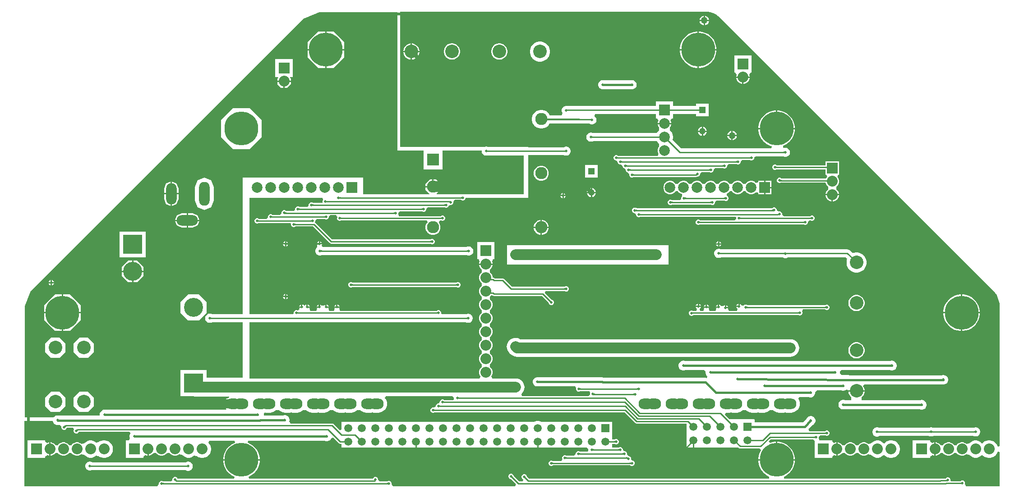
<source format=gbl>
G04*
G04 #@! TF.GenerationSoftware,Altium Limited,Altium Designer,22.3.1 (43)*
G04*
G04 Layer_Physical_Order=2*
G04 Layer_Color=16711680*
%FSLAX44Y44*%
%MOMM*%
G71*
G04*
G04 #@! TF.SameCoordinates,183D5ADB-B2EB-4085-A593-B9F204B0C739*
G04*
G04*
G04 #@! TF.FilePolarity,Positive*
G04*
G01*
G75*
%ADD10C,0.2540*%
%ADD73C,0.3810*%
%ADD74C,1.6700*%
%ADD75C,0.4100*%
%ADD76C,2.0000*%
%ADD77C,2.0320*%
%ADD78R,2.0320X2.0320*%
%ADD79C,3.5560*%
%ADD80R,3.5560X3.5560*%
%ADD81R,2.0000X2.0000*%
%ADD82C,2.0000*%
%ADD83C,2.5400*%
%ADD84O,2.8000X2.0000*%
%ADD85C,2.2860*%
%ADD86R,2.2860X2.2860*%
%ADD87C,6.3500*%
%ADD88C,1.5000*%
%ADD89R,1.5000X1.5000*%
%ADD90R,2.0320X2.0320*%
%ADD91O,2.0000X4.0000*%
%ADD92O,4.0000X2.0000*%
%ADD93O,2.0000X4.5000*%
%ADD94R,1.2000X1.2000*%
%ADD95C,1.2000*%
%ADD96C,0.5080*%
%ADD97C,1.2700*%
%ADD98C,0.8000*%
G36*
X-445770Y214630D02*
X-397411D01*
Y179178D01*
X-361551D01*
Y214630D01*
X-287940D01*
Y209823D01*
X-282937Y204820D01*
X-275863D01*
X-275192Y205491D01*
X-209035D01*
Y131950D01*
X-372287D01*
X-372813Y133220D01*
X-365511Y140522D01*
Y145038D01*
X-393451D01*
Y140522D01*
X-386150Y133220D01*
X-386676Y131950D01*
X-510540D01*
Y164051D01*
X-736539D01*
Y-92761D01*
X-794107D01*
X-794778Y-92090D01*
X-801853D01*
X-806855Y-97093D01*
Y-104167D01*
X-801853Y-109170D01*
X-794778D01*
X-794107Y-108499D01*
X-736539D01*
Y-212311D01*
X-804515D01*
Y-198270D01*
X-853075D01*
Y-246830D01*
X-829151D01*
X-826255Y-248029D01*
X-762269D01*
X-762021Y-249275D01*
X-768050Y-251772D01*
X-771500Y-260100D01*
X-754453D01*
Y-262640D01*
X-771500D01*
X-768050Y-270968D01*
X-767192Y-271323D01*
X-767440Y-272569D01*
X-995499D01*
X-995638Y-272626D01*
X-999243D01*
X-1001793Y-275176D01*
X-1001932Y-275233D01*
X-1001989Y-275372D01*
X-1004539Y-277922D01*
Y-281528D01*
X-1004596Y-281666D01*
X-1004539Y-281805D01*
Y-283214D01*
X-1080297D01*
X-1080321Y-283190D01*
X-1083927D01*
X-1084065Y-283132D01*
X-1084204Y-283190D01*
X-1087810D01*
X-1090359Y-285740D01*
X-1090498Y-285797D01*
X-1090556Y-285936D01*
X-1091770Y-287150D01*
X-1145631D01*
Y-77888D01*
X-1145627Y-77888D01*
X-1145627Y-77888D01*
X-1134070Y-49988D01*
X-1104452Y-19827D01*
X-621787Y462838D01*
X-621784Y462835D01*
X-621784Y462835D01*
X-592968Y474771D01*
X-592968Y474775D01*
X-445770D01*
Y214630D01*
D02*
G37*
G36*
X127169Y475405D02*
X130977Y475405D01*
X134700Y475196D01*
X136384Y475086D01*
X141698Y474029D01*
X146829Y472287D01*
X151688Y469891D01*
X156193Y466881D01*
X160131Y463427D01*
X160242Y463283D01*
X672149Y-48624D01*
X672293Y-48734D01*
X675746Y-52672D01*
X678756Y-57177D01*
X681153Y-62037D01*
X682895Y-67168D01*
X683951Y-72482D01*
X684289Y-77638D01*
X684257Y-77880D01*
X684015Y-340550D01*
X680478Y-341592D01*
X679222Y-338560D01*
X677399Y-335831D01*
X675079Y-333511D01*
X672350Y-331688D01*
X669318Y-330432D01*
X666099Y-329791D01*
X662818D01*
X659599Y-330432D01*
X656567Y-331688D01*
X653838Y-333511D01*
X651518Y-335831D01*
X650078Y-334617D01*
X649360Y-333899D01*
X646713Y-332131D01*
X643772Y-330913D01*
X640650Y-330291D01*
X637467D01*
X634345Y-330913D01*
X631404Y-332131D01*
X628757Y-333899D01*
X626506Y-336150D01*
X621681Y-336514D01*
X621456Y-336289D01*
X618560Y-334617D01*
X615330Y-333751D01*
X611986D01*
X608756Y-334617D01*
X605860Y-336289D01*
X603496Y-338653D01*
X603158Y-339239D01*
X598759D01*
X598421Y-338653D01*
X596056Y-336289D01*
X593160Y-334617D01*
X589930Y-333751D01*
X586586D01*
X583356Y-334617D01*
X580460Y-336289D01*
X578096Y-338653D01*
X577758Y-339239D01*
X573359D01*
X573021Y-338653D01*
X570656Y-336289D01*
X567760Y-334617D01*
X564530Y-333751D01*
X564128D01*
Y-346451D01*
Y-359151D01*
X564530D01*
X567760Y-358286D01*
X570656Y-356614D01*
X573021Y-354249D01*
X573359Y-353664D01*
X577758D01*
X578096Y-354249D01*
X580460Y-356614D01*
X583356Y-358286D01*
X586586Y-359151D01*
X589930D01*
X593160Y-358286D01*
X596056Y-356614D01*
X598421Y-354249D01*
X598759Y-353664D01*
X603158D01*
X603496Y-354249D01*
X605860Y-356614D01*
X608756Y-358286D01*
X611986Y-359151D01*
X615330D01*
X618560Y-358286D01*
X621456Y-356614D01*
X621681Y-356389D01*
X626506Y-356753D01*
X628757Y-359004D01*
X631404Y-360772D01*
X634345Y-361990D01*
X637467Y-362612D01*
X640650D01*
X643772Y-361990D01*
X646713Y-360772D01*
X649360Y-359004D01*
X650078Y-358286D01*
X651518Y-357072D01*
X653838Y-359392D01*
X656567Y-361215D01*
X659599Y-362471D01*
X662818Y-363111D01*
X666099D01*
X669318Y-362471D01*
X672350Y-361215D01*
X675079Y-359392D01*
X677399Y-357072D01*
X679222Y-354343D01*
X680478Y-351311D01*
X684005Y-352369D01*
X683946Y-416027D01*
X621401D01*
X621002Y-415691D01*
X619170Y-412217D01*
X619348Y-411786D01*
Y-409765D01*
X618575Y-407898D01*
X617146Y-406469D01*
X615279Y-405695D01*
X613258D01*
X611391Y-406469D01*
X610970Y-406889D01*
X610951Y-406891D01*
X592973D01*
X592001Y-405436D01*
Y-403415D01*
X591228Y-401548D01*
X589799Y-400119D01*
X587932Y-399345D01*
X585911D01*
X584044Y-400119D01*
X582615Y-401548D01*
X582506Y-401811D01*
X573050D01*
X572063Y-402007D01*
X280043D01*
X279520Y-400688D01*
X279363Y-398197D01*
X283480Y-396099D01*
X287847Y-392927D01*
X291663Y-389110D01*
X294836Y-384744D01*
X297286Y-379935D01*
X298954Y-374801D01*
X299799Y-369470D01*
Y-368042D01*
X231219D01*
Y-369470D01*
X232063Y-374801D01*
X233731Y-379935D01*
X236181Y-384744D01*
X239354Y-389110D01*
X243170Y-392927D01*
X247537Y-396099D01*
X251654Y-398197D01*
X251497Y-400688D01*
X250974Y-402007D01*
X-199104D01*
X-203019Y-398093D01*
Y-397496D01*
X-203792Y-395629D01*
X-205221Y-394200D01*
X-207088Y-393426D01*
X-209109D01*
X-210976Y-394200D01*
X-212405Y-395629D01*
X-213179Y-397496D01*
Y-399517D01*
X-212405Y-401384D01*
X-210976Y-402813D01*
X-209856Y-403277D01*
X-210614Y-407087D01*
X-218007D01*
X-227909Y-397185D01*
Y-396589D01*
X-228682Y-394721D01*
X-230111Y-393292D01*
X-231978Y-392519D01*
X-233999D01*
X-235867Y-393292D01*
X-237296Y-394721D01*
X-238069Y-396589D01*
Y-398610D01*
X-237296Y-400477D01*
X-235867Y-401906D01*
X-233999Y-402679D01*
X-233405D01*
X-233390Y-402692D01*
X-223865Y-412217D01*
X-225443Y-416027D01*
X-454757D01*
X-457019Y-412217D01*
X-457019Y-412217D01*
Y-410196D01*
X-457792Y-408329D01*
X-459221Y-406900D01*
X-461088Y-406126D01*
X-463109D01*
X-464976Y-406900D01*
X-465397Y-407320D01*
X-465416Y-407322D01*
X-479423D01*
X-482419Y-404597D01*
Y-402576D01*
X-483192Y-400709D01*
X-484621Y-399280D01*
X-486488Y-398506D01*
X-488509D01*
X-490376Y-399280D01*
X-491805Y-400709D01*
X-492440Y-402242D01*
X-724763D01*
X-725729Y-398549D01*
X-720920Y-396099D01*
X-716553Y-392927D01*
X-712737Y-389110D01*
X-709564Y-384744D01*
X-707114Y-379935D01*
X-705446Y-374801D01*
X-704601Y-369470D01*
Y-368042D01*
X-773181D01*
Y-369470D01*
X-772337Y-374801D01*
X-770669Y-379935D01*
X-768219Y-384744D01*
X-765046Y-389110D01*
X-761230Y-392927D01*
X-756863Y-396099D01*
X-752054Y-398549D01*
X-753020Y-402242D01*
X-858477D01*
X-859112Y-400709D01*
X-860541Y-399280D01*
X-862408Y-398506D01*
X-864429D01*
X-866296Y-399280D01*
X-867725Y-400709D01*
X-868499Y-402576D01*
Y-404597D01*
X-871494Y-407322D01*
X-885519D01*
X-885941Y-406900D01*
X-887808Y-406126D01*
X-889829D01*
X-891696Y-406900D01*
X-893125Y-408329D01*
X-893899Y-410196D01*
Y-412217D01*
X-893899Y-412217D01*
X-896160Y-416027D01*
X-1146261D01*
Y-293370D01*
X-1093105D01*
Y-293420D01*
X-1092489Y-295719D01*
X-1091299Y-297781D01*
X-1089616Y-299464D01*
X-1087555Y-300654D01*
X-1085256Y-301270D01*
X-1082875D01*
X-1081080Y-300789D01*
X-1079338D01*
X-1076779Y-304301D01*
Y-306322D01*
X-1076005Y-308189D01*
X-1074576Y-309618D01*
X-1072709Y-310392D01*
X-1070688D01*
X-1068821Y-309618D01*
X-1067392Y-308189D01*
X-1066619Y-306322D01*
Y-305871D01*
X-1055136D01*
X-1054023Y-307771D01*
X-1053316Y-309681D01*
X-1053919Y-311136D01*
Y-313157D01*
X-1053145Y-315024D01*
X-1051716Y-316453D01*
X-1049849Y-317226D01*
X-1047828D01*
X-1045961Y-316453D01*
X-1044532Y-315024D01*
X-1043897Y-313491D01*
X-948826D01*
X-947540Y-315716D01*
X-947081Y-317301D01*
X-948043Y-318967D01*
X-948659Y-321266D01*
Y-323647D01*
X-948043Y-325946D01*
X-948022Y-325981D01*
X-950222Y-329791D01*
X-956212D01*
Y-363111D01*
X-922892D01*
Y-360470D01*
X-919082Y-358270D01*
X-919054Y-358286D01*
X-915824Y-359151D01*
X-915422D01*
Y-346451D01*
X-912882D01*
Y-359151D01*
X-912480D01*
X-909250Y-358286D01*
X-906354Y-356614D01*
X-903989Y-354249D01*
X-903651Y-353664D01*
X-899252D01*
X-898914Y-354249D01*
X-896550Y-356614D01*
X-893654Y-358286D01*
X-890424Y-359151D01*
X-887080D01*
X-883850Y-358286D01*
X-880954Y-356614D01*
X-878589Y-354249D01*
X-878251Y-353664D01*
X-873852D01*
X-873514Y-354249D01*
X-871150Y-356614D01*
X-868254Y-358286D01*
X-865024Y-359151D01*
X-861680D01*
X-858450Y-358286D01*
X-855554Y-356614D01*
X-855329Y-356389D01*
X-850504Y-356753D01*
X-848253Y-359004D01*
X-845606Y-360772D01*
X-842665Y-361990D01*
X-839543Y-362611D01*
X-836360D01*
X-833238Y-361990D01*
X-830297Y-360772D01*
X-827650Y-359004D01*
X-823172Y-359392D01*
X-820443Y-361215D01*
X-817411Y-362471D01*
X-814193Y-363111D01*
X-810911D01*
X-807692Y-362471D01*
X-804660Y-361215D01*
X-801931Y-359392D01*
X-799611Y-357072D01*
X-797788Y-354343D01*
X-796532Y-351311D01*
X-795892Y-348092D01*
Y-344811D01*
X-796532Y-341592D01*
X-797788Y-338560D01*
X-799611Y-335831D01*
X-800848Y-334594D01*
X-799316Y-330784D01*
X-751427D01*
X-750823Y-334594D01*
X-752054Y-334994D01*
X-756863Y-337444D01*
X-761230Y-340617D01*
X-765046Y-344433D01*
X-768219Y-348800D01*
X-770669Y-353609D01*
X-772337Y-358742D01*
X-773181Y-364073D01*
Y-365502D01*
X-704601D01*
Y-364073D01*
X-705446Y-358742D01*
X-707114Y-353609D01*
X-709564Y-348800D01*
X-712737Y-344433D01*
X-716553Y-340617D01*
X-720920Y-337444D01*
X-725729Y-334994D01*
X-726960Y-334594D01*
X-726356Y-330784D01*
X-582228D01*
X-580129Y-331347D01*
X-577749D01*
X-575449Y-330730D01*
X-573388Y-329540D01*
X-571705Y-327857D01*
X-570726Y-326161D01*
X-569926Y-325698D01*
X-566387Y-325112D01*
X-556280Y-335219D01*
X-555020Y-336061D01*
X-553534Y-336356D01*
X-550931D01*
Y-343912D01*
X-90763D01*
X-87605Y-347045D01*
X-87624Y-349953D01*
X-89267Y-351447D01*
X-103292D01*
X-103714Y-351025D01*
X-105581Y-350252D01*
X-107602D01*
X-109469Y-351025D01*
X-110898Y-352454D01*
X-111671Y-354321D01*
Y-356342D01*
X-114667Y-359067D01*
X-128692D01*
X-129114Y-358645D01*
X-130981Y-357872D01*
X-133002D01*
X-134869Y-358645D01*
X-136298Y-360074D01*
X-137071Y-361941D01*
Y-363962D01*
X-136614Y-365066D01*
X-137725Y-367686D01*
X-138639Y-368876D01*
X-154403D01*
X-154447Y-368872D01*
X-154514Y-368805D01*
X-156381Y-368032D01*
X-158402D01*
X-160269Y-368805D01*
X-161698Y-370234D01*
X-162471Y-372101D01*
Y-374122D01*
X-161698Y-375989D01*
X-160269Y-377418D01*
X-158402Y-378192D01*
X-156381D01*
X-154514Y-377418D01*
X-153741Y-376646D01*
X-9486D01*
X-9064Y-377067D01*
X-7197Y-377841D01*
X-5176D01*
X-3309Y-377067D01*
X-1880Y-375638D01*
X-1106Y-373771D01*
Y-371750D01*
X-1880Y-369883D01*
X-3309Y-368454D01*
X-5093Y-367715D01*
X-5176Y-367681D01*
X-7626Y-365599D01*
X-7922Y-364161D01*
Y-363326D01*
X-8695Y-361459D01*
X-10124Y-360030D01*
X-11991Y-359257D01*
X-12144D01*
X-14805Y-356591D01*
X-15059Y-355737D01*
Y-354316D01*
X-15832Y-352449D01*
X-17261Y-351020D01*
X-19128Y-350246D01*
X-19279D01*
X-21632Y-349220D01*
X-22771Y-346795D01*
Y-346701D01*
X-23545Y-344834D01*
X-24974Y-343405D01*
X-26841Y-342632D01*
X-28862D01*
X-30729Y-343405D01*
X-31149Y-343825D01*
X-31169Y-343827D01*
X-42931D01*
Y-336356D01*
X-38771D01*
X-38349Y-336778D01*
X-36482Y-337552D01*
X-34461D01*
X-32594Y-336778D01*
X-31165Y-335349D01*
X-30391Y-333482D01*
Y-331461D01*
X-31165Y-329594D01*
X-32594Y-328165D01*
X-34461Y-327392D01*
X-36482D01*
X-38349Y-328165D01*
X-38769Y-328585D01*
X-38789Y-328587D01*
X-42931D01*
Y-295652D01*
X-175371D01*
X-177542Y-294398D01*
X-181001Y-293472D01*
X-184582D01*
X-188041Y-294398D01*
X-190211Y-295652D01*
X-550931D01*
Y-309460D01*
X-554451Y-310918D01*
X-565830Y-299540D01*
X-567090Y-298697D01*
X-568577Y-298402D01*
X-646637D01*
X-647944Y-296861D01*
X-649061Y-294592D01*
X-648639Y-293017D01*
Y-290636D01*
X-649255Y-288337D01*
X-650445Y-286276D01*
X-652128Y-284593D01*
X-654189Y-283403D01*
X-656489Y-282786D01*
X-658869D01*
X-660968Y-283349D01*
X-695833D01*
X-696719Y-282643D01*
X-697073Y-279728D01*
X-695332Y-277745D01*
X-693253Y-277950D01*
X-685253D01*
X-682018Y-277631D01*
X-678908Y-276688D01*
X-676041Y-275156D01*
X-673529Y-273094D01*
X-673517Y-273079D01*
X-668588D01*
X-668576Y-273094D01*
X-666064Y-275156D01*
X-663197Y-276688D01*
X-660087Y-277631D01*
X-656853Y-277950D01*
X-648853D01*
X-645653Y-277635D01*
X-642453Y-277950D01*
X-634453D01*
X-631218Y-277631D01*
X-628108Y-276688D01*
X-625241Y-275156D01*
X-622729Y-273094D01*
X-622717Y-273079D01*
X-617788D01*
X-617776Y-273094D01*
X-615264Y-275156D01*
X-612397Y-276688D01*
X-609287Y-277631D01*
X-606053Y-277950D01*
X-598053D01*
X-594853Y-277635D01*
X-591653Y-277950D01*
X-583653D01*
X-580418Y-277631D01*
X-577308Y-276688D01*
X-574441Y-275156D01*
X-571929Y-273094D01*
X-571917Y-273079D01*
X-566988D01*
X-566976Y-273094D01*
X-564464Y-275156D01*
X-561597Y-276688D01*
X-558487Y-277631D01*
X-555253Y-277950D01*
X-547253D01*
X-544053Y-277635D01*
X-540853Y-277950D01*
X-532853D01*
X-529618Y-277631D01*
X-526508Y-276688D01*
X-523641Y-275156D01*
X-521129Y-273094D01*
X-521117Y-273079D01*
X-516188D01*
X-516176Y-273094D01*
X-513664Y-275156D01*
X-510797Y-276688D01*
X-507687Y-277631D01*
X-504453Y-277950D01*
X-496453D01*
X-493253Y-277635D01*
X-490053Y-277950D01*
X-482053D01*
X-478818Y-277631D01*
X-475708Y-276688D01*
X-472841Y-275156D01*
X-470329Y-273094D01*
X-468267Y-270581D01*
X-466735Y-267715D01*
X-465791Y-264605D01*
X-465473Y-261370D01*
X-465791Y-258136D01*
X-466735Y-255025D01*
X-468267Y-252159D01*
X-469579Y-250560D01*
X-468549Y-247536D01*
X-467886Y-246750D01*
X-343118D01*
X-339929Y-249881D01*
X-339930Y-252733D01*
X-341571Y-254225D01*
X-358136D01*
X-358558Y-253803D01*
X-360425Y-253030D01*
X-362446D01*
X-364313Y-253803D01*
X-365742Y-255232D01*
X-366515Y-257099D01*
Y-257160D01*
X-367579Y-259587D01*
X-370006Y-260650D01*
X-370066D01*
X-371933Y-261423D01*
X-373362Y-262852D01*
X-374135Y-264720D01*
Y-266146D01*
X-374381Y-266469D01*
X-375830Y-267655D01*
X-377506Y-268560D01*
X-378205Y-268270D01*
X-380226D01*
X-382093Y-269043D01*
X-383522Y-270472D01*
X-384295Y-272339D01*
Y-274360D01*
X-383522Y-276228D01*
X-382093Y-277657D01*
X-380226Y-278430D01*
X-378205D01*
X-376338Y-277657D01*
X-375917Y-277236D01*
X-375898Y-277235D01*
X-20065D01*
X-173Y-297127D01*
X1088Y-297969D01*
X2574Y-298265D01*
X96769D01*
Y-343912D01*
X194255D01*
X194372Y-344029D01*
X195632Y-344871D01*
X197119Y-345166D01*
X234112D01*
X236162Y-348660D01*
X236181Y-348800D01*
X233731Y-353609D01*
X232063Y-358742D01*
X231219Y-364073D01*
Y-365502D01*
X264239D01*
Y-332482D01*
X262810D01*
X257479Y-333326D01*
X253084Y-334754D01*
X251433Y-332881D01*
X250871Y-331579D01*
X254415Y-328035D01*
X333566D01*
X336460Y-329684D01*
X336648Y-331702D01*
X336648Y-363111D01*
X369968D01*
Y-360470D01*
X373778Y-358270D01*
X373806Y-358286D01*
X377036Y-359151D01*
X377438D01*
Y-346451D01*
Y-333751D01*
X377036D01*
X373806Y-334617D01*
X373778Y-334633D01*
X369968Y-332433D01*
Y-329791D01*
X346536D01*
X345728Y-328941D01*
X344345Y-325981D01*
X344685Y-325160D01*
Y-323139D01*
X347680Y-320415D01*
X356625D01*
X357047Y-320837D01*
X358914Y-321610D01*
X360935D01*
X362802Y-320837D01*
X364231Y-319408D01*
X365005Y-317540D01*
Y-315520D01*
X364231Y-313652D01*
X362802Y-312223D01*
X360935Y-311450D01*
X358914D01*
X357047Y-312223D01*
X356627Y-312644D01*
X356607Y-312645D01*
X327168D01*
X325590Y-308835D01*
X333589Y-300836D01*
X334994Y-300025D01*
X336602Y-298417D01*
X337740Y-296447D01*
X338329Y-294249D01*
Y-291974D01*
X337740Y-289777D01*
X336602Y-287807D01*
X334994Y-286198D01*
X333023Y-285061D01*
X330826Y-284472D01*
X328551D01*
X326354Y-285061D01*
X324384Y-286198D01*
X322775Y-287807D01*
X321964Y-289211D01*
X314824Y-296351D01*
X224809D01*
Y-290972D01*
X223770D01*
X223769Y-290572D01*
X177302D01*
X168426Y-281696D01*
X168436Y-281526D01*
X170069Y-277950D01*
X176647D01*
X179847Y-277635D01*
X183048Y-277950D01*
X191047D01*
X194282Y-277631D01*
X197392Y-276688D01*
X200259Y-275156D01*
X202771Y-273094D01*
X202783Y-273079D01*
X207712D01*
X207724Y-273094D01*
X210236Y-275156D01*
X213103Y-276688D01*
X216213Y-277631D01*
X219447Y-277950D01*
X227447D01*
X230647Y-277635D01*
X233848Y-277950D01*
X241847D01*
X245082Y-277631D01*
X248192Y-276688D01*
X251059Y-275156D01*
X253571Y-273094D01*
X253583Y-273079D01*
X258512D01*
X258524Y-273094D01*
X261036Y-275156D01*
X263903Y-276688D01*
X267013Y-277631D01*
X270247Y-277950D01*
X278247D01*
X281447Y-277635D01*
X284648Y-277950D01*
X292647D01*
X295882Y-277631D01*
X298992Y-276688D01*
X301859Y-275156D01*
X304371Y-273094D01*
X306433Y-270581D01*
X307965Y-267715D01*
X308909Y-264605D01*
X309227Y-261370D01*
X308909Y-258136D01*
X307965Y-255025D01*
X306541Y-252360D01*
X306760Y-251559D01*
X308400Y-248550D01*
X326149D01*
X328182Y-249095D01*
X330457D01*
X332655Y-248506D01*
X334625Y-247369D01*
X336233Y-245760D01*
X337371Y-243790D01*
X337960Y-241592D01*
Y-239317D01*
X341031Y-236108D01*
X387115D01*
X389215Y-236670D01*
X391595D01*
X393894Y-236054D01*
X395955Y-234864D01*
X396743Y-234076D01*
X399898Y-235544D01*
X400299Y-235909D01*
Y-235962D01*
X415539D01*
X430779D01*
Y-235731D01*
X430193Y-232786D01*
X429044Y-230013D01*
X427976Y-228414D01*
X428985Y-225625D01*
X429852Y-224604D01*
X575437D01*
X577174Y-225070D01*
X579555D01*
X581854Y-224454D01*
X583915Y-223264D01*
X585598Y-221581D01*
X586788Y-219519D01*
X587405Y-217220D01*
Y-214840D01*
X586788Y-212541D01*
X585598Y-210479D01*
X583915Y-208796D01*
X581854Y-207606D01*
X579555Y-206990D01*
X577174D01*
X574875Y-207606D01*
X574800Y-207649D01*
X415673D01*
X386664Y-207494D01*
X384138Y-203670D01*
X384205Y-203420D01*
Y-201040D01*
X387337Y-198008D01*
X478555D01*
X480655Y-198570D01*
X483035D01*
X485334Y-197954D01*
X487395Y-196764D01*
X489079Y-195081D01*
X490269Y-193019D01*
X490885Y-190720D01*
Y-188340D01*
X490269Y-186041D01*
X489079Y-183979D01*
X487395Y-182296D01*
X485334Y-181106D01*
X483035Y-180490D01*
X480655D01*
X478555Y-181052D01*
X93974D01*
X91875Y-180490D01*
X89495D01*
X87195Y-181106D01*
X85134Y-182296D01*
X83451Y-183979D01*
X82261Y-186041D01*
X81645Y-188340D01*
Y-190720D01*
X82261Y-193019D01*
X83451Y-195081D01*
X85134Y-196764D01*
X87195Y-197954D01*
X89495Y-198570D01*
X91875D01*
X93974Y-198008D01*
X129313D01*
X132445Y-201040D01*
Y-203420D01*
X133061Y-205719D01*
X134251Y-207781D01*
X135934Y-209464D01*
X134358Y-212771D01*
X132230Y-212491D01*
X-58168D01*
X-59655Y-212093D01*
X-59711Y-212070D01*
X-61838Y-211790D01*
X-180931D01*
X-182498Y-211370D01*
X-184773D01*
X-186970Y-211959D01*
X-188940Y-213096D01*
X-190549Y-214705D01*
X-191686Y-216675D01*
X-192275Y-218873D01*
Y-221147D01*
X-191686Y-223345D01*
X-190549Y-225315D01*
X-188940Y-226924D01*
X-186970Y-228061D01*
X-184773Y-228650D01*
X-182498D01*
X-180931Y-228230D01*
X-113042D01*
X-112618Y-228592D01*
X-110811Y-232040D01*
X-110998Y-232493D01*
Y-234514D01*
X-110225Y-236382D01*
X-108796Y-237811D01*
X-106929Y-238584D01*
X-104908D01*
X-103041Y-237811D01*
X-102542Y-237312D01*
X-102541Y-237312D01*
X-86502D01*
X-85732Y-238075D01*
X-84270Y-241122D01*
X-84575Y-241859D01*
Y-243880D01*
X-87570Y-246605D01*
X-212287D01*
X-213650Y-242795D01*
X-212551Y-241894D01*
X-210490Y-239381D01*
X-208958Y-236515D01*
X-208014Y-233405D01*
X-207695Y-230170D01*
X-208014Y-226935D01*
X-208958Y-223825D01*
X-210490Y-220959D01*
X-212551Y-218446D01*
X-215064Y-216384D01*
X-217930Y-214852D01*
X-221041Y-213909D01*
X-224275Y-213590D01*
X-268167D01*
X-269568Y-210856D01*
X-269850Y-209780D01*
X-268321Y-207132D01*
X-267455Y-203902D01*
Y-200558D01*
X-268321Y-197328D01*
X-269993Y-194432D01*
X-272357Y-192067D01*
X-272942Y-191730D01*
Y-187330D01*
X-272357Y-186992D01*
X-269993Y-184628D01*
X-268321Y-181732D01*
X-267455Y-178502D01*
Y-175158D01*
X-268321Y-171928D01*
X-269993Y-169032D01*
X-272357Y-166667D01*
X-272942Y-166330D01*
Y-161930D01*
X-272357Y-161592D01*
X-269993Y-159228D01*
X-268321Y-156332D01*
X-267455Y-153102D01*
Y-149758D01*
X-268321Y-146528D01*
X-269993Y-143632D01*
X-272357Y-141267D01*
X-272942Y-140930D01*
Y-136530D01*
X-272357Y-136192D01*
X-269993Y-133828D01*
X-268321Y-130932D01*
X-267455Y-127702D01*
Y-124358D01*
X-268321Y-121128D01*
X-269993Y-118232D01*
X-272357Y-115867D01*
X-272942Y-115530D01*
Y-111130D01*
X-272357Y-110792D01*
X-269993Y-108428D01*
X-268321Y-105532D01*
X-267455Y-102302D01*
Y-98958D01*
X-268321Y-95728D01*
X-269993Y-92832D01*
X-272357Y-90467D01*
X-272942Y-90130D01*
Y-85730D01*
X-272357Y-85392D01*
X-269993Y-83028D01*
X-268321Y-80132D01*
X-267455Y-76902D01*
Y-73558D01*
X-268321Y-70328D01*
X-269993Y-67432D01*
X-272357Y-65067D01*
X-272942Y-64730D01*
Y-60330D01*
X-272357Y-59992D01*
X-269993Y-57628D01*
X-266402Y-58499D01*
X-264915Y-58795D01*
X-174844D01*
X-162379Y-71260D01*
Y-71857D01*
X-161605Y-73724D01*
X-160176Y-75153D01*
X-158309Y-75926D01*
X-156288D01*
X-154421Y-75153D01*
X-152992Y-73724D01*
X-152219Y-71857D01*
Y-69836D01*
X-152992Y-67969D01*
X-154421Y-66540D01*
X-156288Y-65766D01*
X-156883D01*
X-156898Y-65754D01*
X-169510Y-53141D01*
X-168127Y-49331D01*
X-132658D01*
X-132236Y-49753D01*
X-130369Y-50526D01*
X-128348D01*
X-126481Y-49753D01*
X-125052Y-48324D01*
X-124279Y-46457D01*
Y-44436D01*
X-125052Y-42569D01*
X-126481Y-41140D01*
X-128348Y-40366D01*
X-130369D01*
X-132236Y-41140D01*
X-132657Y-41560D01*
X-132676Y-41562D01*
X-231357D01*
X-246156Y-26763D01*
X-247416Y-25921D01*
X-248903Y-25625D01*
X-263306D01*
X-263846Y-25085D01*
X-265107Y-24243D01*
X-266593Y-23947D01*
X-267455D01*
Y-22758D01*
X-268321Y-19528D01*
X-269993Y-16632D01*
X-272357Y-14267D01*
X-272942Y-13930D01*
Y-9530D01*
X-272357Y-9192D01*
X-269993Y-6828D01*
X-268321Y-3932D01*
X-267455Y-702D01*
Y-300D01*
X-292855D01*
Y-702D01*
X-291990Y-3932D01*
X-290318Y-6828D01*
X-287953Y-9192D01*
X-287368Y-9530D01*
Y-13930D01*
X-287953Y-14267D01*
X-290318Y-16632D01*
X-291990Y-19528D01*
X-292855Y-22758D01*
Y-26102D01*
X-291990Y-29332D01*
X-290318Y-32228D01*
X-287953Y-34592D01*
X-287368Y-34930D01*
Y-39330D01*
X-287953Y-39667D01*
X-290318Y-42032D01*
X-291990Y-44928D01*
X-292855Y-48158D01*
Y-51502D01*
X-291990Y-54732D01*
X-290318Y-57628D01*
X-287953Y-59992D01*
X-287368Y-60330D01*
Y-64730D01*
X-287953Y-65067D01*
X-290318Y-67432D01*
X-291990Y-70328D01*
X-292855Y-73558D01*
Y-76902D01*
X-291990Y-80132D01*
X-290318Y-83028D01*
X-287953Y-85392D01*
X-287368Y-85730D01*
Y-90130D01*
X-287953Y-90467D01*
X-290318Y-92832D01*
X-291990Y-95728D01*
X-292855Y-98958D01*
Y-102302D01*
X-291990Y-105532D01*
X-290318Y-108428D01*
X-287953Y-110792D01*
X-287368Y-111130D01*
Y-115530D01*
X-287953Y-115867D01*
X-290318Y-118232D01*
X-291990Y-121128D01*
X-292855Y-124358D01*
Y-127702D01*
X-291990Y-130932D01*
X-290318Y-133828D01*
X-287953Y-136192D01*
X-287368Y-136530D01*
Y-140930D01*
X-287953Y-141267D01*
X-290318Y-143632D01*
X-291990Y-146528D01*
X-292855Y-149758D01*
Y-153102D01*
X-291990Y-156332D01*
X-290318Y-159228D01*
X-287953Y-161592D01*
X-287368Y-161930D01*
Y-166330D01*
X-287953Y-166667D01*
X-290318Y-169032D01*
X-291990Y-171928D01*
X-292855Y-175158D01*
Y-178502D01*
X-291990Y-181732D01*
X-290318Y-184628D01*
X-287953Y-186992D01*
X-287368Y-187330D01*
Y-191730D01*
X-287953Y-192067D01*
X-290318Y-194432D01*
X-291990Y-197328D01*
X-292855Y-200558D01*
Y-203902D01*
X-291990Y-207132D01*
X-290461Y-209780D01*
X-290742Y-210856D01*
X-292144Y-213590D01*
X-723900D01*
Y-107963D01*
X-317555D01*
X-316472Y-108588D01*
X-314300Y-109170D01*
X-312051D01*
X-309879Y-108588D01*
X-307932Y-107464D01*
X-306342Y-105874D01*
X-305217Y-103926D01*
X-304635Y-101754D01*
Y-99506D01*
X-305217Y-97334D01*
X-306342Y-95386D01*
X-307932Y-93796D01*
X-309879Y-92672D01*
X-312051Y-92090D01*
X-314300D01*
X-316472Y-92672D01*
X-317555Y-93297D01*
X-362761D01*
X-363975Y-91480D01*
Y-89459D01*
X-364749Y-87592D01*
X-366178Y-86163D01*
X-368045Y-85390D01*
X-370066D01*
X-371933Y-86163D01*
X-372353Y-86584D01*
X-372373Y-86585D01*
X-553903D01*
X-555481Y-82775D01*
X-555335Y-82629D01*
X-554669Y-81022D01*
X-564614D01*
X-563948Y-82629D01*
X-563802Y-82775D01*
X-565380Y-86585D01*
X-574223D01*
X-575801Y-82775D01*
X-575655Y-82629D01*
X-574989Y-81022D01*
X-579962D01*
Y-79752D01*
X-581232D01*
Y-74779D01*
X-582839Y-75445D01*
X-584268Y-76874D01*
X-588355D01*
X-589784Y-75445D01*
X-591392Y-74779D01*
Y-76028D01*
X-591386Y-76301D01*
X-591346Y-76793D01*
X-591310Y-77011D01*
X-591265Y-77211D01*
X-591209Y-77393D01*
X-591143Y-77557D01*
X-591067Y-77702D01*
X-590980Y-77829D01*
X-590884Y-77938D01*
X-591392D01*
Y-79752D01*
X-592662D01*
Y-81022D01*
X-597634D01*
X-596968Y-82629D01*
X-596822Y-82775D01*
X-598400Y-86585D01*
X-609783D01*
X-611361Y-82775D01*
X-611215Y-82629D01*
X-610549Y-81022D01*
X-615522D01*
Y-79752D01*
X-616792D01*
Y-74779D01*
X-618399Y-75445D01*
X-620602Y-76503D01*
X-622804Y-75445D01*
X-624412Y-74779D01*
Y-79752D01*
X-625682D01*
Y-81022D01*
X-630654D01*
X-629988Y-82629D01*
X-632275Y-85578D01*
X-632878Y-86163D01*
X-634745Y-85390D01*
X-636766D01*
X-638633Y-86163D01*
X-640062Y-87592D01*
X-640835Y-89459D01*
Y-91480D01*
X-642049Y-93297D01*
X-723900D01*
Y125730D01*
X-586667D01*
X-586480Y125432D01*
X-585499Y121920D01*
X-586176Y121243D01*
X-586949Y119376D01*
Y117355D01*
X-587921Y115900D01*
X-604259D01*
X-604675Y116316D01*
X-606542Y117090D01*
X-608563D01*
X-610430Y116316D01*
X-611859Y114887D01*
X-612633Y113020D01*
Y110999D01*
X-615628Y108274D01*
X-629653D01*
X-630075Y108696D01*
X-631942Y109470D01*
X-633963D01*
X-635830Y108696D01*
X-637259Y107267D01*
X-638033Y105400D01*
Y103379D01*
X-641182Y101026D01*
X-654967D01*
X-655738Y101797D01*
X-657605Y102570D01*
X-659626D01*
X-661493Y101797D01*
X-662922Y100368D01*
X-663695Y98500D01*
Y96480D01*
X-666691Y93755D01*
X-680716D01*
X-681138Y94177D01*
X-683005Y94950D01*
X-685026D01*
X-686893Y94177D01*
X-688322Y92748D01*
X-689095Y90880D01*
Y88860D01*
X-692101Y86160D01*
X-706177D01*
X-706624Y86607D01*
X-708491Y87380D01*
X-710512D01*
X-712379Y86607D01*
X-713808Y85178D01*
X-714582Y83311D01*
Y81290D01*
X-713808Y79423D01*
X-712379Y77994D01*
X-710512Y77220D01*
X-708491D01*
X-706624Y77994D01*
X-706229Y78389D01*
X-706205Y78390D01*
X-646887D01*
X-645915Y76936D01*
Y74915D01*
X-645142Y73048D01*
X-643713Y71619D01*
X-641846Y70845D01*
X-639825D01*
X-637958Y71619D01*
X-637563Y72013D01*
X-637538Y72015D01*
X-604389D01*
X-573075Y40701D01*
X-571815Y39859D01*
X-570328Y39564D01*
X-384211D01*
X-383789Y39142D01*
X-381922Y38368D01*
X-379901D01*
X-378034Y39142D01*
X-376605Y40571D01*
X-375831Y42438D01*
Y44459D01*
X-376605Y46326D01*
X-378034Y47755D01*
X-379901Y48528D01*
X-381922D01*
X-383789Y47755D01*
X-384209Y47335D01*
X-384229Y47333D01*
X-568719D01*
X-600033Y78647D01*
X-600982Y79281D01*
X-600994Y79398D01*
X-600220Y81265D01*
Y83286D01*
X-597215Y85985D01*
X-583175D01*
X-582753Y85563D01*
X-580886Y84790D01*
X-578865D01*
X-576998Y85563D01*
X-575569Y86992D01*
X-574795Y88860D01*
Y90880D01*
X-571656Y93257D01*
X-561120D01*
X-560205Y92063D01*
X-559097Y89447D01*
X-559555Y88341D01*
Y86320D01*
X-558782Y84452D01*
X-557353Y83023D01*
X-555486Y82250D01*
X-553465D01*
X-551598Y83023D01*
X-551177Y83444D01*
X-551158Y83445D01*
X-391289D01*
X-389711Y79635D01*
X-390660Y78686D01*
X-392499Y75500D01*
X-393451Y71947D01*
Y68269D01*
X-392499Y64716D01*
X-390660Y61530D01*
X-388059Y58930D01*
X-384874Y57090D01*
X-381321Y56138D01*
X-377642D01*
X-374089Y57090D01*
X-370904Y58930D01*
X-368303Y61530D01*
X-366464Y64716D01*
X-365511Y68269D01*
Y71947D01*
X-366464Y75500D01*
X-368303Y78686D01*
X-368484Y78867D01*
X-367112Y82559D01*
X-364313Y83023D01*
X-362446Y82250D01*
X-360425D01*
X-358558Y83023D01*
X-357129Y84452D01*
X-356355Y86320D01*
Y88341D01*
X-357129Y90208D01*
X-358558Y91637D01*
X-360425Y92410D01*
X-362446D01*
X-364313Y91637D01*
X-364733Y91216D01*
X-364753Y91215D01*
X-442405D01*
X-443193Y92007D01*
X-444633Y95025D01*
X-444319Y95783D01*
Y97804D01*
X-441314Y100505D01*
X-400032D01*
X-399610Y100083D01*
X-397743Y99310D01*
X-395722D01*
X-393855Y100083D01*
X-392426Y101512D01*
X-391653Y103379D01*
Y105400D01*
X-388660Y108131D01*
X-357966D01*
X-357544Y107709D01*
X-355677Y106936D01*
X-353656D01*
X-351788Y107709D01*
X-350359Y109138D01*
X-349586Y111005D01*
X-347292Y112093D01*
X-345271Y112093D01*
X-343404Y112866D01*
X-341975Y114295D01*
X-341202Y116163D01*
Y118183D01*
X-338792Y121845D01*
X-326971D01*
X-326299Y121174D01*
X-324432Y120400D01*
X-322411D01*
X-320544Y121174D01*
X-319115Y122603D01*
X-318342Y124470D01*
Y125730D01*
X-200380D01*
Y206027D01*
X-133919D01*
X-132836Y205402D01*
X-130664Y204820D01*
X-128416D01*
X-126244Y205402D01*
X-124296Y206526D01*
X-122706Y208116D01*
X-121582Y210064D01*
X-121000Y212236D01*
Y214484D01*
X-121582Y216656D01*
X-122706Y218604D01*
X-124296Y220194D01*
X-126244Y221318D01*
X-128416Y221900D01*
X-130664D01*
X-132836Y221318D01*
X-133919Y220693D01*
X-200380D01*
Y220980D01*
X-275518D01*
X-276104Y221318D01*
X-278276Y221900D01*
X-280524D01*
X-282696Y221318D01*
X-283282Y220980D01*
X-440690D01*
Y474812D01*
X-257103Y475405D01*
X127169D01*
D02*
G37*
G36*
X-554671Y127462D02*
X-554551Y127365D01*
X-554412Y127280D01*
X-554253Y127205D01*
X-554076Y127143D01*
X-553879Y127091D01*
X-553664Y127051D01*
X-553429Y127023D01*
X-553175Y127006D01*
X-552903Y127000D01*
X-553193Y124460D01*
X-553468Y124456D01*
X-553962Y124422D01*
X-554182Y124391D01*
X-554384Y124353D01*
X-554568Y124306D01*
X-554734Y124250D01*
X-554882Y124186D01*
X-555011Y124113D01*
X-555122Y124032D01*
X-554773Y127571D01*
X-554671Y127462D01*
D02*
G37*
G36*
X-325401Y123889D02*
X-325503Y123998D01*
X-325623Y124095D01*
X-325762Y124180D01*
X-325921Y124255D01*
X-326098Y124317D01*
X-326295Y124369D01*
X-326511Y124409D01*
X-326745Y124437D01*
X-326999Y124454D01*
X-327272Y124460D01*
X-326981Y127000D01*
X-326706Y127004D01*
X-326212Y127038D01*
X-325992Y127069D01*
X-325790Y127107D01*
X-325606Y127154D01*
X-325440Y127210D01*
X-325293Y127274D01*
X-325163Y127347D01*
X-325052Y127428D01*
X-325401Y123889D01*
D02*
G37*
G36*
X-579947Y120047D02*
X-579819Y119961D01*
X-579674Y119885D01*
X-579511Y119819D01*
X-579329Y119763D01*
X-579129Y119717D01*
X-578910Y119682D01*
X-578674Y119656D01*
X-578145Y119636D01*
Y117096D01*
X-578419Y117091D01*
X-578910Y117050D01*
X-579129Y117015D01*
X-579329Y116969D01*
X-579511Y116913D01*
X-579674Y116847D01*
X-579819Y116771D01*
X-579947Y116684D01*
X-580055Y116588D01*
Y120144D01*
X-579947Y120047D01*
D02*
G37*
G36*
X-347125Y119569D02*
X-348718Y116455D01*
X-348768Y116577D01*
X-348843Y116686D01*
X-348944Y116782D01*
X-349069Y116865D01*
X-349219Y116936D01*
X-349394Y116993D01*
X-349594Y117038D01*
X-349819Y117070D01*
X-350069Y117089D01*
X-350344Y117096D01*
X-350048Y119636D01*
X-347125Y119569D01*
D02*
G37*
G36*
X-356480Y110238D02*
X-356589Y110334D01*
X-356716Y110421D01*
X-356861Y110497D01*
X-357025Y110563D01*
X-357206Y110619D01*
X-357407Y110665D01*
X-357625Y110700D01*
X-357862Y110725D01*
X-358390Y110746D01*
Y113286D01*
X-358117Y113291D01*
X-357625Y113331D01*
X-357407Y113367D01*
X-357206Y113413D01*
X-357025Y113469D01*
X-356861Y113535D01*
X-356716Y113611D01*
X-356589Y113697D01*
X-356480Y113794D01*
Y110238D01*
D02*
G37*
G36*
X-605634Y113696D02*
X-605507Y113610D01*
X-605362Y113534D01*
X-605198Y113468D01*
X-605016Y113412D01*
X-604816Y113367D01*
X-604597Y113331D01*
X-604361Y113306D01*
X-603832Y113286D01*
X-603825Y110746D01*
X-604099Y110741D01*
X-604590Y110700D01*
X-604809Y110664D01*
X-605009Y110618D01*
X-605190Y110562D01*
X-605354Y110496D01*
X-605499Y110420D01*
X-605626Y110333D01*
X-605734Y110236D01*
X-605743Y113792D01*
X-605634Y113696D01*
D02*
G37*
G36*
X-398546Y102612D02*
X-398655Y102708D01*
X-398782Y102795D01*
X-398927Y102871D01*
X-399091Y102937D01*
X-399273Y102993D01*
X-399473Y103038D01*
X-399692Y103074D01*
X-399928Y103099D01*
X-400456Y103120D01*
Y105660D01*
X-400183Y105665D01*
X-399692Y105705D01*
X-399473Y105741D01*
X-399273Y105787D01*
X-399091Y105843D01*
X-398927Y105909D01*
X-398782Y105985D01*
X-398655Y106071D01*
X-398546Y106168D01*
Y102612D01*
D02*
G37*
G36*
X-631030Y106071D02*
X-630903Y105985D01*
X-630758Y105909D01*
X-630594Y105843D01*
X-630412Y105787D01*
X-630212Y105741D01*
X-629994Y105705D01*
X-629757Y105680D01*
X-629229Y105660D01*
Y103120D01*
X-629502Y103115D01*
X-629994Y103074D01*
X-630212Y103038D01*
X-630412Y102993D01*
X-630594Y102937D01*
X-630758Y102871D01*
X-630903Y102795D01*
X-631030Y102708D01*
X-631139Y102612D01*
Y106168D01*
X-631030Y106071D01*
D02*
G37*
G36*
X-656477Y98890D02*
X-656361Y98790D01*
X-656224Y98701D01*
X-656068Y98624D01*
X-655893Y98560D01*
X-655698Y98506D01*
X-655484Y98465D01*
X-655250Y98435D01*
X-654997Y98418D01*
X-654724Y98412D01*
X-655134Y95872D01*
X-655409Y95868D01*
X-656124Y95809D01*
X-656327Y95774D01*
X-656510Y95731D01*
X-656676Y95680D01*
X-656823Y95621D01*
X-656952Y95555D01*
X-657062Y95480D01*
X-656575Y99003D01*
X-656477Y98890D01*
D02*
G37*
G36*
X-451439Y95281D02*
X-451537Y95393D01*
X-451653Y95494D01*
X-451790Y95582D01*
X-451945Y95659D01*
X-452121Y95724D01*
X-452315Y95777D01*
X-452530Y95819D01*
X-452764Y95848D01*
X-453017Y95866D01*
X-453289Y95872D01*
X-452881Y98412D01*
X-452605Y98416D01*
X-451889Y98475D01*
X-451687Y98510D01*
X-451504Y98553D01*
X-451338Y98604D01*
X-451191Y98663D01*
X-451062Y98729D01*
X-450952Y98804D01*
X-451439Y95281D01*
D02*
G37*
G36*
X-581689Y88092D02*
X-581798Y88188D01*
X-581925Y88275D01*
X-582070Y88351D01*
X-582234Y88417D01*
X-582416Y88473D01*
X-582616Y88519D01*
X-582834Y88554D01*
X-583071Y88580D01*
X-583599Y88600D01*
Y91140D01*
X-583326Y91145D01*
X-582834Y91186D01*
X-582616Y91221D01*
X-582416Y91267D01*
X-582234Y91323D01*
X-582070Y91389D01*
X-581925Y91465D01*
X-581798Y91552D01*
X-581689Y91648D01*
Y88092D01*
D02*
G37*
G36*
X-682093Y91552D02*
X-681966Y91465D01*
X-681820Y91389D01*
X-681657Y91323D01*
X-681475Y91267D01*
X-681275Y91221D01*
X-681056Y91186D01*
X-680820Y91160D01*
X-680292Y91140D01*
Y88600D01*
X-680565Y88595D01*
X-681056Y88554D01*
X-681275Y88519D01*
X-681475Y88473D01*
X-681657Y88417D01*
X-681820Y88351D01*
X-681966Y88275D01*
X-682093Y88188D01*
X-682201Y88092D01*
Y91648D01*
X-682093Y91552D01*
D02*
G37*
G36*
X-363249Y85552D02*
X-363358Y85648D01*
X-363485Y85735D01*
X-363630Y85811D01*
X-363794Y85877D01*
X-363976Y85933D01*
X-364176Y85979D01*
X-364394Y86014D01*
X-364631Y86040D01*
X-365159Y86060D01*
Y88600D01*
X-364886Y88605D01*
X-364394Y88646D01*
X-364176Y88681D01*
X-363976Y88727D01*
X-363794Y88783D01*
X-363630Y88849D01*
X-363485Y88925D01*
X-363358Y89011D01*
X-363249Y89108D01*
Y85552D01*
D02*
G37*
G36*
X-552553Y89011D02*
X-552426Y88925D01*
X-552280Y88849D01*
X-552117Y88783D01*
X-551935Y88727D01*
X-551735Y88681D01*
X-551516Y88646D01*
X-551280Y88620D01*
X-550751Y88600D01*
Y86060D01*
X-551025Y86055D01*
X-551516Y86014D01*
X-551735Y85979D01*
X-551935Y85933D01*
X-552117Y85877D01*
X-552280Y85811D01*
X-552426Y85735D01*
X-552553Y85648D01*
X-552661Y85552D01*
Y89108D01*
X-552553Y89011D01*
D02*
G37*
G36*
X-707562Y83962D02*
X-707436Y83875D01*
X-707291Y83798D01*
X-707128Y83731D01*
X-706946Y83674D01*
X-706746Y83628D01*
X-706528Y83591D01*
X-706292Y83566D01*
X-705764Y83545D01*
X-705793Y81005D01*
X-706066Y81000D01*
X-706558Y80960D01*
X-706777Y80925D01*
X-706977Y80880D01*
X-707159Y80825D01*
X-707323Y80760D01*
X-707469Y80685D01*
X-707596Y80600D01*
X-707705Y80504D01*
X-707670Y84060D01*
X-707562Y83962D01*
D02*
G37*
G36*
X-607114Y80497D02*
X-607223Y80594D01*
X-607350Y80680D01*
X-607495Y80756D01*
X-607659Y80822D01*
X-607841Y80878D01*
X-608041Y80924D01*
X-608259Y80960D01*
X-608496Y80985D01*
X-609024Y81005D01*
Y83545D01*
X-608751Y83550D01*
X-608259Y83591D01*
X-608041Y83626D01*
X-607841Y83672D01*
X-607659Y83728D01*
X-607495Y83794D01*
X-607350Y83870D01*
X-607223Y83957D01*
X-607114Y84053D01*
Y80497D01*
D02*
G37*
G36*
X-638896Y77587D02*
X-638769Y77500D01*
X-638624Y77422D01*
X-638461Y77355D01*
X-638280Y77299D01*
X-638080Y77252D01*
X-637862Y77216D01*
X-637625Y77191D01*
X-637097Y77170D01*
X-637126Y74630D01*
X-637400Y74625D01*
X-637892Y74585D01*
X-638110Y74550D01*
X-638311Y74505D01*
X-638493Y74450D01*
X-638657Y74385D01*
X-638802Y74310D01*
X-638930Y74224D01*
X-639039Y74129D01*
X-639004Y77685D01*
X-638896Y77587D01*
D02*
G37*
G36*
X-382725Y41670D02*
X-382834Y41767D01*
X-382961Y41853D01*
X-383106Y41929D01*
X-383270Y41995D01*
X-383452Y42051D01*
X-383652Y42097D01*
X-383870Y42133D01*
X-384107Y42158D01*
X-384635Y42178D01*
Y44718D01*
X-384362Y44723D01*
X-383870Y44764D01*
X-383652Y44800D01*
X-383452Y44845D01*
X-383270Y44901D01*
X-383106Y44967D01*
X-382961Y45043D01*
X-382834Y45130D01*
X-382725Y45226D01*
Y41670D01*
D02*
G37*
G36*
X-131173Y-47224D02*
X-131281Y-47128D01*
X-131408Y-47042D01*
X-131554Y-46965D01*
X-131717Y-46899D01*
X-131899Y-46843D01*
X-132099Y-46798D01*
X-132317Y-46762D01*
X-132554Y-46737D01*
X-133082Y-46716D01*
Y-44176D01*
X-132809Y-44171D01*
X-132317Y-44131D01*
X-132099Y-44095D01*
X-131899Y-44049D01*
X-131717Y-43994D01*
X-131554Y-43927D01*
X-131408Y-43851D01*
X-131281Y-43765D01*
X-131173Y-43668D01*
Y-47224D01*
D02*
G37*
G36*
X-158837Y-67505D02*
X-158461Y-67824D01*
X-158281Y-67953D01*
X-158107Y-68062D01*
X-157939Y-68151D01*
X-157777Y-68220D01*
X-157620Y-68269D01*
X-157469Y-68298D01*
X-157324Y-68307D01*
X-159839Y-70821D01*
X-159847Y-70676D01*
X-159876Y-70525D01*
X-159925Y-70368D01*
X-159994Y-70206D01*
X-160083Y-70038D01*
X-160192Y-69864D01*
X-160321Y-69685D01*
X-160471Y-69499D01*
X-160830Y-69111D01*
X-159034Y-67315D01*
X-158837Y-67505D01*
D02*
G37*
G36*
X-370869Y-92248D02*
X-370978Y-92151D01*
X-371105Y-92065D01*
X-371250Y-91989D01*
X-371414Y-91923D01*
X-371596Y-91867D01*
X-371796Y-91821D01*
X-372014Y-91786D01*
X-372251Y-91760D01*
X-372779Y-91740D01*
Y-89200D01*
X-372506Y-89195D01*
X-372014Y-89154D01*
X-371796Y-89119D01*
X-371596Y-89073D01*
X-371414Y-89017D01*
X-371250Y-88951D01*
X-371105Y-88875D01*
X-370978Y-88788D01*
X-370869Y-88692D01*
Y-92248D01*
D02*
G37*
G36*
X-633833Y-88788D02*
X-633706Y-88875D01*
X-633560Y-88951D01*
X-633397Y-89017D01*
X-633215Y-89073D01*
X-633015Y-89119D01*
X-632796Y-89154D01*
X-632560Y-89180D01*
X-632032Y-89200D01*
Y-91740D01*
X-632305Y-91745D01*
X-632796Y-91786D01*
X-633015Y-91821D01*
X-633215Y-91867D01*
X-633397Y-91923D01*
X-633560Y-91989D01*
X-633706Y-92065D01*
X-633833Y-92151D01*
X-633941Y-92248D01*
Y-88692D01*
X-633833Y-88788D01*
D02*
G37*
G36*
X-314989Y-102408D02*
X-315098Y-102311D01*
X-315225Y-102225D01*
X-315370Y-102149D01*
X-315534Y-102083D01*
X-315716Y-102027D01*
X-315916Y-101981D01*
X-316134Y-101946D01*
X-316371Y-101920D01*
X-316899Y-101900D01*
Y-99360D01*
X-316626Y-99355D01*
X-316134Y-99314D01*
X-315916Y-99279D01*
X-315716Y-99233D01*
X-315534Y-99177D01*
X-315370Y-99111D01*
X-315225Y-99035D01*
X-315098Y-98948D01*
X-314989Y-98852D01*
Y-102408D01*
D02*
G37*
G36*
X-796393Y-98948D02*
X-796266Y-99035D01*
X-796120Y-99111D01*
X-795957Y-99177D01*
X-795775Y-99233D01*
X-795575Y-99279D01*
X-795356Y-99314D01*
X-795120Y-99340D01*
X-794592Y-99360D01*
Y-101900D01*
X-794865Y-101905D01*
X-795356Y-101946D01*
X-795575Y-101981D01*
X-795775Y-102027D01*
X-795957Y-102083D01*
X-796120Y-102149D01*
X-796266Y-102225D01*
X-796393Y-102311D01*
X-796501Y-102408D01*
Y-98852D01*
X-796393Y-98948D01*
D02*
G37*
G36*
X5106Y-235182D02*
X4995Y-235090D01*
X4867Y-235007D01*
X4721Y-234935D01*
X4556Y-234872D01*
X4373Y-234818D01*
X4172Y-234775D01*
X3953Y-234741D01*
X3461Y-234702D01*
X3187Y-234697D01*
X3098Y-232157D01*
X3371Y-232152D01*
X3862Y-232109D01*
X4080Y-232072D01*
X4279Y-232025D01*
X4460Y-231966D01*
X4622Y-231898D01*
X4766Y-231818D01*
X4891Y-231728D01*
X4998Y-231628D01*
X5106Y-235182D01*
D02*
G37*
G36*
X-104049Y-231764D02*
X-103921Y-231847D01*
X-103774Y-231919D01*
X-103610Y-231982D01*
X-103427Y-232036D01*
X-103226Y-232079D01*
X-103007Y-232113D01*
X-102514Y-232152D01*
X-102241Y-232157D01*
X-102152Y-234697D01*
X-102425Y-234702D01*
X-102916Y-234745D01*
X-103133Y-234782D01*
X-103333Y-234829D01*
X-103513Y-234888D01*
X-103675Y-234956D01*
X-103819Y-235036D01*
X-103945Y-235126D01*
X-104051Y-235226D01*
X-104159Y-231672D01*
X-104049Y-231764D01*
D02*
G37*
G36*
X-77357Y-241470D02*
X-77241Y-241570D01*
X-77104Y-241659D01*
X-76948Y-241735D01*
X-76773Y-241800D01*
X-76578Y-241854D01*
X-76364Y-241895D01*
X-76130Y-241925D01*
X-75877Y-241942D01*
X-75604Y-241948D01*
X-76013Y-244488D01*
X-76289Y-244492D01*
X-77004Y-244551D01*
X-77207Y-244586D01*
X-77390Y-244629D01*
X-77556Y-244680D01*
X-77703Y-244739D01*
X-77832Y-244806D01*
X-77942Y-244880D01*
X-77455Y-241357D01*
X-77357Y-241470D01*
D02*
G37*
G36*
X-1859Y-245079D02*
X-1957Y-244967D01*
X-2073Y-244866D01*
X-2210Y-244778D01*
X-2366Y-244701D01*
X-2541Y-244636D01*
X-2736Y-244583D01*
X-2950Y-244541D01*
X-3184Y-244512D01*
X-3437Y-244494D01*
X-3710Y-244488D01*
X-3300Y-241948D01*
X-3025Y-241944D01*
X-2309Y-241886D01*
X-2107Y-241850D01*
X-1924Y-241807D01*
X-1758Y-241756D01*
X-1611Y-241698D01*
X-1482Y-241631D01*
X-1372Y-241556D01*
X-1859Y-245079D01*
D02*
G37*
G36*
X-331573Y-248808D02*
X-331446Y-248895D01*
X-331300Y-248971D01*
X-331137Y-249037D01*
X-330955Y-249093D01*
X-330755Y-249139D01*
X-330536Y-249174D01*
X-330300Y-249200D01*
X-329771Y-249220D01*
Y-251760D01*
X-330045Y-251765D01*
X-330536Y-251806D01*
X-330755Y-251841D01*
X-330955Y-251887D01*
X-331137Y-251943D01*
X-331300Y-252009D01*
X-331446Y-252085D01*
X-331573Y-252171D01*
X-331681Y-252268D01*
Y-248712D01*
X-331573Y-248808D01*
D02*
G37*
G36*
X-359513Y-256429D02*
X-359386Y-256515D01*
X-359240Y-256591D01*
X-359077Y-256657D01*
X-358895Y-256713D01*
X-358695Y-256759D01*
X-358476Y-256794D01*
X-358240Y-256820D01*
X-357711Y-256840D01*
Y-259380D01*
X-357985Y-259385D01*
X-358476Y-259426D01*
X-358695Y-259461D01*
X-358895Y-259507D01*
X-359077Y-259563D01*
X-359240Y-259629D01*
X-359386Y-259705D01*
X-359513Y-259792D01*
X-359621Y-259888D01*
Y-256332D01*
X-359513Y-256429D01*
D02*
G37*
G36*
X-367133Y-264049D02*
X-367006Y-264135D01*
X-366860Y-264211D01*
X-366697Y-264277D01*
X-366515Y-264333D01*
X-366315Y-264379D01*
X-366096Y-264414D01*
X-365860Y-264440D01*
X-365331Y-264460D01*
Y-267000D01*
X-365605Y-267005D01*
X-366096Y-267046D01*
X-366315Y-267081D01*
X-366515Y-267127D01*
X-366697Y-267183D01*
X-366860Y-267249D01*
X-367006Y-267325D01*
X-367133Y-267411D01*
X-367241Y-267508D01*
Y-263952D01*
X-367133Y-264049D01*
D02*
G37*
G36*
X-377293Y-271668D02*
X-377166Y-271755D01*
X-377020Y-271831D01*
X-376857Y-271897D01*
X-376675Y-271953D01*
X-376475Y-271999D01*
X-376256Y-272034D01*
X-376020Y-272060D01*
X-375491Y-272080D01*
Y-274620D01*
X-375765Y-274625D01*
X-376256Y-274666D01*
X-376475Y-274701D01*
X-376675Y-274747D01*
X-376857Y-274803D01*
X-377020Y-274869D01*
X-377166Y-274945D01*
X-377293Y-275032D01*
X-377401Y-275128D01*
Y-271572D01*
X-377293Y-271668D01*
D02*
G37*
G36*
X-1068168Y-303576D02*
X-1068357Y-303773D01*
X-1068676Y-304150D01*
X-1068805Y-304329D01*
X-1068915Y-304503D01*
X-1069004Y-304671D01*
X-1069073Y-304833D01*
X-1069121Y-304990D01*
X-1069150Y-305141D01*
X-1069159Y-305286D01*
X-1071673Y-302772D01*
X-1071528Y-302763D01*
X-1071377Y-302734D01*
X-1071221Y-302685D01*
X-1071058Y-302616D01*
X-1070890Y-302527D01*
X-1070716Y-302418D01*
X-1070537Y-302289D01*
X-1070351Y-302139D01*
X-1069964Y-301780D01*
X-1068168Y-303576D01*
D02*
G37*
G36*
X-1045267Y-310589D02*
X-1045471Y-310794D01*
X-1046286Y-311711D01*
X-1046315Y-311767D01*
X-1046322Y-311805D01*
X-1048195Y-309689D01*
X-1048149Y-309688D01*
X-1048086Y-309666D01*
X-1048007Y-309622D01*
X-1047911Y-309556D01*
X-1047798Y-309469D01*
X-1047521Y-309229D01*
X-1046979Y-308708D01*
X-1045267Y-310589D01*
D02*
G37*
G36*
X358111Y-318308D02*
X358002Y-318211D01*
X357875Y-318125D01*
X357730Y-318049D01*
X357566Y-317983D01*
X357384Y-317927D01*
X357184Y-317881D01*
X356966Y-317846D01*
X356729Y-317820D01*
X356201Y-317800D01*
Y-315260D01*
X356474Y-315255D01*
X356966Y-315214D01*
X357184Y-315179D01*
X357384Y-315133D01*
X357566Y-315077D01*
X357730Y-315011D01*
X357875Y-314935D01*
X358002Y-314848D01*
X358111Y-314752D01*
Y-318308D01*
D02*
G37*
G36*
X337791Y-325928D02*
X337682Y-325831D01*
X337555Y-325745D01*
X337410Y-325669D01*
X337246Y-325603D01*
X337064Y-325547D01*
X336864Y-325501D01*
X336646Y-325466D01*
X336409Y-325440D01*
X335881Y-325420D01*
Y-322880D01*
X336154Y-322875D01*
X336646Y-322834D01*
X336864Y-322799D01*
X337064Y-322753D01*
X337246Y-322697D01*
X337410Y-322631D01*
X337555Y-322555D01*
X337682Y-322468D01*
X337791Y-322372D01*
Y-325928D01*
D02*
G37*
G36*
X-37285Y-334250D02*
X-37394Y-334153D01*
X-37521Y-334067D01*
X-37666Y-333991D01*
X-37830Y-333925D01*
X-38012Y-333869D01*
X-38212Y-333823D01*
X-38430Y-333787D01*
X-38667Y-333762D01*
X-39195Y-333742D01*
Y-331202D01*
X-38922Y-331197D01*
X-38430Y-331156D01*
X-38212Y-331120D01*
X-38012Y-331075D01*
X-37830Y-331019D01*
X-37666Y-330953D01*
X-37521Y-330877D01*
X-37394Y-330790D01*
X-37285Y-330694D01*
Y-334250D01*
D02*
G37*
G36*
X-29665Y-349490D02*
X-29774Y-349393D01*
X-29901Y-349307D01*
X-30046Y-349231D01*
X-30210Y-349165D01*
X-30392Y-349109D01*
X-30592Y-349063D01*
X-30810Y-349027D01*
X-31047Y-349002D01*
X-31575Y-348982D01*
Y-346442D01*
X-31302Y-346437D01*
X-30810Y-346396D01*
X-30592Y-346360D01*
X-30392Y-346315D01*
X-30210Y-346259D01*
X-30046Y-346193D01*
X-29901Y-346117D01*
X-29774Y-346030D01*
X-29665Y-345934D01*
Y-349490D01*
D02*
G37*
G36*
X-79269Y-346030D02*
X-79142Y-346117D01*
X-78997Y-346193D01*
X-78833Y-346259D01*
X-78651Y-346315D01*
X-78451Y-346360D01*
X-78233Y-346396D01*
X-77996Y-346421D01*
X-77468Y-346442D01*
Y-348982D01*
X-77741Y-348987D01*
X-78233Y-349027D01*
X-78451Y-349063D01*
X-78651Y-349109D01*
X-78833Y-349165D01*
X-78997Y-349231D01*
X-79142Y-349307D01*
X-79269Y-349393D01*
X-79377Y-349490D01*
Y-345934D01*
X-79269Y-346030D01*
D02*
G37*
G36*
X-21949Y-357108D02*
X-22058Y-357012D01*
X-22185Y-356926D01*
X-22330Y-356850D01*
X-22494Y-356784D01*
X-22676Y-356728D01*
X-22876Y-356683D01*
X-23094Y-356647D01*
X-23331Y-356622D01*
X-23859Y-356602D01*
X-23865Y-354062D01*
X-23592Y-354057D01*
X-23101Y-354016D01*
X-22882Y-353980D01*
X-22682Y-353934D01*
X-22501Y-353878D01*
X-22337Y-353812D01*
X-22192Y-353736D01*
X-22065Y-353649D01*
X-21956Y-353552D01*
X-21949Y-357108D01*
D02*
G37*
G36*
X-104669Y-353650D02*
X-104542Y-353737D01*
X-104396Y-353813D01*
X-104233Y-353879D01*
X-104051Y-353935D01*
X-103851Y-353980D01*
X-103633Y-354016D01*
X-103396Y-354041D01*
X-102868Y-354062D01*
Y-356602D01*
X-103141Y-356607D01*
X-103633Y-356647D01*
X-103851Y-356683D01*
X-104051Y-356729D01*
X-104233Y-356785D01*
X-104396Y-356851D01*
X-104542Y-356927D01*
X-104669Y-357013D01*
X-104777Y-357110D01*
Y-353554D01*
X-104669Y-353650D01*
D02*
G37*
G36*
X-130069Y-361270D02*
X-129942Y-361357D01*
X-129796Y-361433D01*
X-129633Y-361499D01*
X-129451Y-361555D01*
X-129251Y-361600D01*
X-129033Y-361636D01*
X-128796Y-361661D01*
X-128268Y-361682D01*
Y-364222D01*
X-128541Y-364227D01*
X-129033Y-364267D01*
X-129251Y-364303D01*
X-129451Y-364349D01*
X-129633Y-364405D01*
X-129796Y-364471D01*
X-129942Y-364547D01*
X-130069Y-364633D01*
X-130177Y-364730D01*
Y-361174D01*
X-130069Y-361270D01*
D02*
G37*
G36*
X-13713Y-361898D02*
X-15492Y-364838D01*
X-15530Y-364721D01*
X-15595Y-364616D01*
X-15685Y-364524D01*
X-15803Y-364444D01*
X-15947Y-364376D01*
X-16117Y-364320D01*
X-16314Y-364277D01*
X-16537Y-364246D01*
X-16787Y-364228D01*
X-17063Y-364222D01*
X-16655Y-361682D01*
X-13713Y-361898D01*
D02*
G37*
G36*
X-8000Y-374539D02*
X-8109Y-374442D01*
X-8236Y-374356D01*
X-8381Y-374280D01*
X-8545Y-374214D01*
X-8726Y-374158D01*
X-8927Y-374112D01*
X-9145Y-374076D01*
X-9382Y-374051D01*
X-9910Y-374031D01*
Y-371491D01*
X-9637Y-371486D01*
X-9145Y-371445D01*
X-8927Y-371409D01*
X-8726Y-371364D01*
X-8545Y-371308D01*
X-8381Y-371242D01*
X-8236Y-371166D01*
X-8109Y-371079D01*
X-8000Y-370983D01*
Y-374539D01*
D02*
G37*
G36*
X-155730Y-371174D02*
X-155601Y-371241D01*
X-155454Y-371299D01*
X-155289Y-371350D01*
X-155105Y-371393D01*
X-154903Y-371428D01*
X-154444Y-371475D01*
X-154187Y-371487D01*
X-153912Y-371491D01*
X-153500Y-374031D01*
X-153772Y-374037D01*
X-154259Y-374084D01*
X-154473Y-374125D01*
X-154668Y-374179D01*
X-154843Y-374244D01*
X-154999Y-374320D01*
X-155135Y-374409D01*
X-155252Y-374510D01*
X-155349Y-374622D01*
X-155841Y-371100D01*
X-155730Y-371174D01*
D02*
G37*
G36*
X-230441Y-397770D02*
X-230412Y-397920D01*
X-230363Y-398077D01*
X-230294Y-398239D01*
X-230205Y-398408D01*
X-230096Y-398581D01*
X-229966Y-398761D01*
X-229817Y-398946D01*
X-229458Y-399334D01*
X-231254Y-401130D01*
X-231451Y-400941D01*
X-231827Y-400622D01*
X-232007Y-400492D01*
X-232181Y-400383D01*
X-232349Y-400294D01*
X-232511Y-400225D01*
X-232668Y-400176D01*
X-232818Y-400148D01*
X-232964Y-400139D01*
X-230449Y-397625D01*
X-230441Y-397770D01*
D02*
G37*
G36*
X-205550Y-398677D02*
X-205522Y-398828D01*
X-205473Y-398984D01*
X-205404Y-399147D01*
X-205315Y-399315D01*
X-205205Y-399489D01*
X-205076Y-399668D01*
X-204927Y-399854D01*
X-204568Y-400242D01*
X-206364Y-402038D01*
X-206560Y-401848D01*
X-206937Y-401529D01*
X-207116Y-401400D01*
X-207290Y-401291D01*
X-207458Y-401202D01*
X-207621Y-401133D01*
X-207777Y-401084D01*
X-207928Y-401055D01*
X-208073Y-401046D01*
X-205559Y-398532D01*
X-205550Y-398677D01*
D02*
G37*
G36*
X586130Y-406839D02*
X583198Y-406965D01*
X582857Y-404425D01*
X583133Y-404419D01*
X583383Y-404400D01*
X583607Y-404368D01*
X583806Y-404324D01*
X583979Y-404267D01*
X584127Y-404198D01*
X584249Y-404115D01*
X584345Y-404020D01*
X584416Y-403913D01*
X584461Y-403792D01*
X586130Y-406839D01*
D02*
G37*
G36*
X-860895Y-403966D02*
X-860866Y-404022D01*
X-860815Y-404097D01*
X-860742Y-404191D01*
X-860531Y-404434D01*
X-859847Y-405144D01*
X-861559Y-407024D01*
X-861756Y-406829D01*
X-862491Y-406177D01*
X-862587Y-406111D01*
X-862666Y-406067D01*
X-862729Y-406045D01*
X-862775Y-406044D01*
X-860902Y-403928D01*
X-860895Y-403966D01*
D02*
G37*
G36*
X612454Y-412553D02*
X612346Y-412457D01*
X612219Y-412370D01*
X612073Y-412294D01*
X611910Y-412228D01*
X611728Y-412172D01*
X611528Y-412127D01*
X611309Y-412091D01*
X611073Y-412066D01*
X610544Y-412045D01*
Y-409505D01*
X610818Y-409500D01*
X611309Y-409460D01*
X611528Y-409424D01*
X611728Y-409378D01*
X611910Y-409323D01*
X612073Y-409256D01*
X612219Y-409180D01*
X612346Y-409094D01*
X612454Y-408997D01*
Y-412553D01*
D02*
G37*
G36*
X-463913Y-412984D02*
X-464021Y-412888D01*
X-464148Y-412802D01*
X-464294Y-412725D01*
X-464457Y-412659D01*
X-464639Y-412603D01*
X-464839Y-412558D01*
X-465057Y-412522D01*
X-465294Y-412497D01*
X-465822Y-412476D01*
Y-409936D01*
X-465549Y-409931D01*
X-465057Y-409891D01*
X-464839Y-409855D01*
X-464639Y-409809D01*
X-464457Y-409754D01*
X-464294Y-409688D01*
X-464148Y-409611D01*
X-464021Y-409525D01*
X-463913Y-409428D01*
Y-412984D01*
D02*
G37*
G36*
X-886896Y-409525D02*
X-886769Y-409611D01*
X-886624Y-409688D01*
X-886460Y-409754D01*
X-886278Y-409809D01*
X-886078Y-409855D01*
X-885860Y-409891D01*
X-885623Y-409916D01*
X-885095Y-409936D01*
Y-412476D01*
X-885368Y-412481D01*
X-885860Y-412522D01*
X-886078Y-412558D01*
X-886278Y-412603D01*
X-886460Y-412659D01*
X-886624Y-412725D01*
X-886769Y-412802D01*
X-886896Y-412888D01*
X-887005Y-412984D01*
Y-409428D01*
X-886896Y-409525D01*
D02*
G37*
%LPC*%
G36*
X-566339Y438308D02*
X-579272D01*
Y405288D01*
X-546252D01*
Y418222D01*
X-566339Y438308D01*
D02*
G37*
G36*
X-581812D02*
X-594745D01*
X-614832Y418222D01*
Y405288D01*
X-581812D01*
Y438308D01*
D02*
G37*
G36*
X-546252Y402748D02*
X-579272D01*
Y369728D01*
X-566339D01*
X-546252Y389815D01*
Y402748D01*
D02*
G37*
G36*
X-581812D02*
X-614832D01*
Y389815D01*
X-594745Y369728D01*
X-581812D01*
Y402748D01*
D02*
G37*
G36*
X-642222Y385981D02*
X-675542D01*
Y352660D01*
X-670269D01*
X-669783Y351487D01*
X-671582Y349689D01*
Y345699D01*
X-658882D01*
X-646182D01*
Y349689D01*
X-647980Y351487D01*
X-647494Y352660D01*
X-642222D01*
Y385981D01*
D02*
G37*
G36*
X-646182Y343158D02*
X-657612D01*
Y331729D01*
X-653621D01*
X-646182Y339168D01*
Y343158D01*
D02*
G37*
G36*
X-660152D02*
X-671582D01*
Y339168D01*
X-664142Y331729D01*
X-660152D01*
Y343158D01*
D02*
G37*
G36*
X-723048Y293778D02*
X-754735D01*
X-777141Y271372D01*
Y239685D01*
X-754735Y217278D01*
X-723048D01*
X-700641Y239685D01*
Y271372D01*
X-723048Y293778D01*
D02*
G37*
G36*
X-373695Y160278D02*
X-378211D01*
Y147578D01*
X-365511D01*
Y152095D01*
X-373695Y160278D01*
D02*
G37*
G36*
X-380751D02*
X-385268D01*
X-393451Y152095D01*
Y147578D01*
X-380751D01*
Y160278D01*
D02*
G37*
G36*
X-222171Y150830D02*
X-223005D01*
Y147020D01*
X-219195D01*
Y147854D01*
X-222171Y150830D01*
D02*
G37*
G36*
X-225545D02*
X-226380D01*
X-229355Y147854D01*
Y147020D01*
X-225545D01*
Y150830D01*
D02*
G37*
G36*
X-219195Y144480D02*
X-223005D01*
Y140670D01*
X-222171D01*
X-219195Y143646D01*
Y144480D01*
D02*
G37*
G36*
X-225545D02*
X-229355D01*
Y143646D01*
X-226380Y140670D01*
X-225545D01*
Y144480D01*
D02*
G37*
G36*
X-869205Y156267D02*
Y134490D01*
X-856902D01*
Y143220D01*
X-860878Y152818D01*
X-869205Y156267D01*
D02*
G37*
G36*
X-871745D02*
X-880073Y152818D01*
X-884049Y143220D01*
Y134490D01*
X-871745D01*
Y156267D01*
D02*
G37*
G36*
X-856902Y131950D02*
X-869205D01*
Y110173D01*
X-860878Y113622D01*
X-856902Y123220D01*
Y131950D01*
D02*
G37*
G36*
X-871745D02*
X-884049D01*
Y123220D01*
X-880073Y113622D01*
X-871745Y110173D01*
Y131950D01*
D02*
G37*
G36*
X-808475Y163580D02*
X-821104Y158349D01*
X-826335Y145720D01*
Y120720D01*
X-821104Y108091D01*
X-808475Y102860D01*
X-795847Y108091D01*
X-790616Y120720D01*
Y145720D01*
X-795847Y158349D01*
X-808475Y163580D01*
D02*
G37*
G36*
X-830475Y96793D02*
X-839205D01*
Y84490D01*
X-817428D01*
X-820878Y92818D01*
X-830475Y96793D01*
D02*
G37*
G36*
X-841745D02*
X-850475D01*
X-860073Y92818D01*
X-863523Y84490D01*
X-841745D01*
Y96793D01*
D02*
G37*
G36*
X-817428Y81950D02*
X-839205D01*
Y69647D01*
X-830475D01*
X-820878Y73622D01*
X-817428Y81950D01*
D02*
G37*
G36*
X-841745D02*
X-863523D01*
X-860073Y73622D01*
X-850475Y69647D01*
X-841745D01*
Y81950D01*
D02*
G37*
G36*
X-918815Y62250D02*
X-967375D01*
Y13690D01*
X-918815D01*
Y62250D01*
D02*
G37*
G36*
X-934679Y7490D02*
X-941825D01*
Y-11560D01*
X-922775D01*
Y-4413D01*
X-934679Y7490D01*
D02*
G37*
G36*
X-944365D02*
X-951512D01*
X-963415Y-4413D01*
Y-11560D01*
X-944365D01*
Y7490D01*
D02*
G37*
G36*
X-1093657Y-28952D02*
X-1094491D01*
Y-32762D01*
X-1090681D01*
Y-31927D01*
X-1093657Y-28952D01*
D02*
G37*
G36*
X-1097031D02*
X-1097866D01*
X-1100841Y-31927D01*
Y-32762D01*
X-1097031D01*
Y-28952D01*
D02*
G37*
G36*
X-922775Y-14100D02*
X-941825D01*
Y-33150D01*
X-934679D01*
X-922775Y-21247D01*
Y-14100D01*
D02*
G37*
G36*
X-944365D02*
X-963415D01*
Y-21247D01*
X-951512Y-33150D01*
X-944365D01*
Y-14100D01*
D02*
G37*
G36*
X-1090681Y-35302D02*
X-1094491D01*
Y-39112D01*
X-1093657D01*
X-1090681Y-36136D01*
Y-35302D01*
D02*
G37*
G36*
X-1097031D02*
X-1100841D01*
Y-36136D01*
X-1097866Y-39112D01*
X-1097031D01*
Y-35302D01*
D02*
G37*
G36*
X-1060671Y-56024D02*
X-1073605D01*
Y-89044D01*
X-1040585D01*
Y-76111D01*
X-1060671Y-56024D01*
D02*
G37*
G36*
X-1076145D02*
X-1089078D01*
X-1109165Y-76111D01*
Y-89044D01*
X-1076145D01*
Y-56024D01*
D02*
G37*
G36*
X-818738Y-56030D02*
X-838852D01*
X-853075Y-70253D01*
Y-90367D01*
X-838852Y-104590D01*
X-818738D01*
X-804515Y-90367D01*
Y-70253D01*
X-818738Y-56030D01*
D02*
G37*
G36*
X-1040585Y-91584D02*
X-1073605D01*
Y-124604D01*
X-1060671D01*
X-1040585Y-104518D01*
Y-91584D01*
D02*
G37*
G36*
X-1076145D02*
X-1109165D01*
Y-104518D01*
X-1089078Y-124604D01*
X-1076145D01*
Y-91584D01*
D02*
G37*
G36*
X-1026849Y-136751D02*
X-1042755D01*
X-1054002Y-147999D01*
Y-163904D01*
X-1042755Y-175152D01*
X-1026849D01*
X-1015602Y-163904D01*
Y-147999D01*
X-1026849Y-136751D01*
D02*
G37*
G36*
X-1080189D02*
X-1096095D01*
X-1107342Y-147999D01*
Y-163904D01*
X-1096095Y-175152D01*
X-1080189D01*
X-1068942Y-163904D01*
Y-147999D01*
X-1080189Y-136751D01*
D02*
G37*
G36*
X-1026849Y-238351D02*
X-1042755D01*
X-1054002Y-249599D01*
Y-265504D01*
X-1042755Y-276751D01*
X-1026849D01*
X-1015602Y-265504D01*
Y-249599D01*
X-1026849Y-238351D01*
D02*
G37*
G36*
X-1080189D02*
X-1096095D01*
X-1107342Y-249599D01*
Y-265504D01*
X-1096095Y-276751D01*
X-1080189D01*
X-1068942Y-265504D01*
Y-249599D01*
X-1080189Y-238351D01*
D02*
G37*
G36*
X131118Y467592D02*
Y459998D01*
X138712D01*
X138133Y462160D01*
X136962Y464187D01*
X135307Y465842D01*
X133280Y467012D01*
X131118Y467592D01*
D02*
G37*
G36*
X128579D02*
X126417Y467012D01*
X124390Y465842D01*
X122735Y464187D01*
X121564Y462160D01*
X120985Y459998D01*
X128579D01*
Y467592D01*
D02*
G37*
G36*
X138712Y457458D02*
X131118D01*
Y449865D01*
X133280Y450444D01*
X135307Y451614D01*
X136962Y453270D01*
X138133Y455297D01*
X138712Y457458D01*
D02*
G37*
G36*
X128579D02*
X120985D01*
X121564Y455297D01*
X122735Y453270D01*
X124390Y451614D01*
X126417Y450444D01*
X128579Y449865D01*
Y457458D01*
D02*
G37*
G36*
X121249Y438308D02*
X119820D01*
Y405289D01*
X152840D01*
Y406717D01*
X151996Y412048D01*
X150328Y417181D01*
X147878Y421990D01*
X144705Y426357D01*
X140889Y430173D01*
X136522Y433346D01*
X131713Y435796D01*
X126580Y437464D01*
X121249Y438308D01*
D02*
G37*
G36*
X117281D02*
X115852D01*
X110521Y437464D01*
X105388Y435796D01*
X100579Y433346D01*
X96212Y430173D01*
X92395Y426357D01*
X89223Y421990D01*
X86773Y417181D01*
X85105Y412048D01*
X84261Y406717D01*
Y405289D01*
X117281D01*
Y438308D01*
D02*
G37*
G36*
X-418441Y415549D02*
X-418672D01*
Y401578D01*
X-404702D01*
Y401810D01*
X-405287Y404754D01*
X-406436Y407527D01*
X-408104Y410023D01*
X-410227Y412146D01*
X-412723Y413814D01*
X-415496Y414963D01*
X-418441Y415549D01*
D02*
G37*
G36*
X-421212D02*
X-421443D01*
X-424387Y414963D01*
X-427160Y413814D01*
X-429656Y412146D01*
X-431779Y410023D01*
X-433447Y407527D01*
X-434596Y404754D01*
X-435182Y401810D01*
Y401578D01*
X-421212D01*
Y415549D01*
D02*
G37*
G36*
X-253341Y415699D02*
X-256343D01*
X-259287Y415113D01*
X-262061Y413964D01*
X-264557Y412296D01*
X-266679Y410173D01*
X-268347Y407677D01*
X-269496Y404904D01*
X-270082Y401960D01*
Y398957D01*
X-269496Y396013D01*
X-268347Y393240D01*
X-266679Y390744D01*
X-264557Y388621D01*
X-262061Y386953D01*
X-259287Y385804D01*
X-256343Y385219D01*
X-253341D01*
X-250396Y385804D01*
X-247623Y386953D01*
X-245127Y388621D01*
X-243004Y390744D01*
X-241336Y393240D01*
X-240187Y396013D01*
X-239602Y398957D01*
Y401960D01*
X-240187Y404904D01*
X-241336Y407677D01*
X-243004Y410173D01*
X-245127Y412296D01*
X-247623Y413964D01*
X-250396Y415113D01*
X-253341Y415699D01*
D02*
G37*
G36*
X-342241D02*
X-345243D01*
X-348187Y415113D01*
X-350961Y413964D01*
X-353456Y412296D01*
X-355579Y410173D01*
X-357247Y407677D01*
X-358396Y404904D01*
X-358982Y401960D01*
Y398957D01*
X-358396Y396013D01*
X-357247Y393240D01*
X-355579Y390744D01*
X-353456Y388621D01*
X-350961Y386953D01*
X-348187Y385804D01*
X-345243Y385219D01*
X-342241D01*
X-339296Y385804D01*
X-336523Y386953D01*
X-334027Y388621D01*
X-331904Y390744D01*
X-330236Y393240D01*
X-329087Y396013D01*
X-328502Y398957D01*
Y401960D01*
X-329087Y404904D01*
X-330236Y407677D01*
X-331904Y410173D01*
X-334027Y412296D01*
X-336523Y413964D01*
X-339296Y415113D01*
X-342241Y415699D01*
D02*
G37*
G36*
X-404702Y399039D02*
X-418672D01*
Y385069D01*
X-418441D01*
X-415496Y385654D01*
X-412723Y386803D01*
X-410227Y388471D01*
X-408104Y390594D01*
X-406436Y393090D01*
X-405287Y395863D01*
X-404702Y398807D01*
Y399039D01*
D02*
G37*
G36*
X-421212D02*
X-435182D01*
Y398807D01*
X-434596Y395863D01*
X-433447Y393090D01*
X-431779Y390594D01*
X-429656Y388471D01*
X-427160Y386803D01*
X-424387Y385654D01*
X-421443Y385069D01*
X-421212D01*
Y399039D01*
D02*
G37*
G36*
X-176790Y419109D02*
X-180493D01*
X-184125Y418386D01*
X-187547Y416969D01*
X-190626Y414911D01*
X-193244Y412293D01*
X-195302Y409214D01*
X-196719Y405792D01*
X-197442Y402160D01*
Y398457D01*
X-196719Y394825D01*
X-195302Y391403D01*
X-193244Y388324D01*
X-190626Y385706D01*
X-187547Y383648D01*
X-184125Y382231D01*
X-180493Y381509D01*
X-176790D01*
X-173158Y382231D01*
X-169736Y383648D01*
X-166657Y385706D01*
X-164039Y388324D01*
X-161981Y391403D01*
X-160564Y394825D01*
X-159842Y398457D01*
Y402160D01*
X-160564Y405792D01*
X-161981Y409214D01*
X-164039Y412293D01*
X-166657Y414911D01*
X-169736Y416969D01*
X-173158Y418386D01*
X-176790Y419109D01*
D02*
G37*
G36*
X152840Y402748D02*
X119820D01*
Y369729D01*
X121249D01*
X126580Y370573D01*
X131713Y372241D01*
X136522Y374691D01*
X140889Y377864D01*
X144705Y381680D01*
X147878Y386047D01*
X150328Y390856D01*
X151996Y395989D01*
X152840Y401320D01*
Y402748D01*
D02*
G37*
G36*
X117281D02*
X84261D01*
Y401320D01*
X85105Y395989D01*
X86773Y390856D01*
X89223Y386047D01*
X92395Y381680D01*
X96212Y377864D01*
X100579Y374691D01*
X105388Y372241D01*
X110521Y370573D01*
X115852Y369729D01*
X117281D01*
Y402748D01*
D02*
G37*
G36*
X218618Y393200D02*
X186098D01*
Y360681D01*
X188278D01*
X190524Y356950D01*
X189658Y353721D01*
Y353318D01*
X202358D01*
X215058D01*
Y353721D01*
X214193Y356950D01*
X216439Y360681D01*
X218618D01*
Y393200D01*
D02*
G37*
G36*
X-4710Y346790D02*
X-6985D01*
X-8666Y346339D01*
X-58283D01*
X-59734Y346728D01*
X-62009D01*
X-64206Y346139D01*
X-66177Y345002D01*
X-67785Y343393D01*
X-68923Y341423D01*
X-69511Y339226D01*
Y336951D01*
X-68923Y334753D01*
X-67785Y332783D01*
X-66177Y331175D01*
X-64206Y330037D01*
X-62009Y329448D01*
X-59734D01*
X-58053Y329899D01*
X-8436D01*
X-6985Y329510D01*
X-4710D01*
X-2512Y330099D01*
X-542Y331236D01*
X1066Y332845D01*
X2204Y334815D01*
X2793Y337012D01*
Y339287D01*
X2204Y341485D01*
X1066Y343455D01*
X-542Y345064D01*
X-2512Y346201D01*
X-4710Y346790D01*
D02*
G37*
G36*
X215058Y350779D02*
X203628D01*
Y339348D01*
X204030D01*
X207260Y340214D01*
X210156Y341886D01*
X212521Y344251D01*
X214193Y347146D01*
X215058Y350377D01*
Y350779D01*
D02*
G37*
G36*
X201088D02*
X189658D01*
Y350377D01*
X190524Y347146D01*
X192196Y344251D01*
X194560Y341886D01*
X197456Y340214D01*
X200686Y339348D01*
X201088D01*
Y350779D01*
D02*
G37*
G36*
X71125Y306530D02*
X39125D01*
Y297863D01*
X-125677D01*
X-125837Y297905D01*
X-125978Y297886D01*
X-126118Y297917D01*
X-126519Y297924D01*
X-126567Y297927D01*
X-128234Y298374D01*
X-130483D01*
X-132655Y297792D01*
X-134602Y296667D01*
X-136192Y295077D01*
X-137317Y293130D01*
X-137899Y290958D01*
Y288709D01*
X-137317Y286537D01*
X-136192Y284590D01*
X-136154Y284552D01*
X-137733Y280742D01*
X-160386D01*
X-160747Y281612D01*
X-162665Y284483D01*
X-165107Y286925D01*
X-167978Y288843D01*
X-171168Y290165D01*
X-174555Y290838D01*
X-178008D01*
X-181395Y290165D01*
X-184585Y288843D01*
X-187456Y286925D01*
X-189898Y284483D01*
X-191816Y281612D01*
X-193138Y278422D01*
X-193811Y275035D01*
Y271582D01*
X-193138Y268195D01*
X-191816Y265005D01*
X-189898Y262134D01*
X-187456Y259692D01*
X-184585Y257773D01*
X-181395Y256452D01*
X-178008Y255778D01*
X-174555D01*
X-171168Y256452D01*
X-167978Y257773D01*
X-165107Y259692D01*
X-162665Y262134D01*
X-160747Y265005D01*
X-160705Y265106D01*
X-86345D01*
X-84434Y264002D01*
X-82236Y263414D01*
X-79961D01*
X-77764Y264002D01*
X-75794Y265140D01*
X-74185Y266749D01*
X-73047Y268719D01*
X-72459Y270916D01*
Y273191D01*
X-73047Y275389D01*
X-74185Y277359D01*
X-75794Y278967D01*
X-76521Y279387D01*
X-75500Y283197D01*
X39125D01*
Y274530D01*
X41673D01*
X43872Y270720D01*
X43439Y269970D01*
X42585Y266781D01*
Y266400D01*
X55125D01*
X67665D01*
Y266781D01*
X66810Y269970D01*
X66377Y270720D01*
X68577Y274530D01*
X71125D01*
Y283197D01*
X114245D01*
Y278530D01*
X138245D01*
Y302530D01*
X114245D01*
Y297863D01*
X71125D01*
Y306530D01*
D02*
G37*
G36*
X268207Y289818D02*
X266779D01*
Y256798D01*
X299799D01*
Y258227D01*
X298954Y263558D01*
X297286Y268691D01*
X294836Y273500D01*
X291663Y277867D01*
X287847Y281683D01*
X283480Y284856D01*
X278671Y287306D01*
X273538Y288974D01*
X268207Y289818D01*
D02*
G37*
G36*
X264239D02*
X262810D01*
X257479Y288974D01*
X252346Y287306D01*
X247537Y284856D01*
X243170Y281683D01*
X239354Y277867D01*
X236181Y273500D01*
X233731Y268691D01*
X232063Y263558D01*
X231219Y258227D01*
Y256798D01*
X264239D01*
Y289818D01*
D02*
G37*
G36*
X127514Y259031D02*
Y251800D01*
X134746D01*
X134203Y253827D01*
X133078Y255774D01*
X131488Y257364D01*
X129541Y258488D01*
X127514Y259031D01*
D02*
G37*
G36*
X124974Y259031D02*
X122948Y258488D01*
X121001Y257364D01*
X119411Y255774D01*
X118287Y253827D01*
X117744Y251800D01*
X124974D01*
Y259031D01*
D02*
G37*
G36*
X67665Y263860D02*
X55125D01*
X42585D01*
Y263479D01*
X43439Y260290D01*
X45090Y257430D01*
X45366Y257155D01*
X44965Y252305D01*
X44862Y252236D01*
X42619Y249993D01*
X40857Y247356D01*
X40777Y247164D01*
X-78538D01*
X-79607Y247781D01*
X-81805Y248370D01*
X-84080D01*
X-86277Y247781D01*
X-88247Y246644D01*
X-89856Y245035D01*
X-90993Y243065D01*
X-91582Y240868D01*
Y238593D01*
X-90993Y236395D01*
X-89856Y234425D01*
X-88247Y232816D01*
X-86277Y231679D01*
X-84080Y231090D01*
X-81805D01*
X-79607Y231679D01*
X-78538Y232296D01*
X40777D01*
X40857Y232104D01*
X42619Y229467D01*
X44862Y227224D01*
X44965Y227155D01*
X45366Y222305D01*
X45090Y222030D01*
X43439Y219170D01*
X42585Y215981D01*
Y212679D01*
X43439Y209490D01*
X44176Y208215D01*
X42208Y204405D01*
X-31764D01*
X-32594Y205235D01*
X-34461Y206008D01*
X-36482D01*
X-38349Y205235D01*
X-39778Y203806D01*
X-40551Y201939D01*
Y199918D01*
X-39778Y198051D01*
X-38349Y196622D01*
X-36482Y195848D01*
X-36422D01*
X-33995Y194785D01*
X-32931Y192358D01*
Y192298D01*
X-32158Y190431D01*
X-30729Y189002D01*
X-28862Y188228D01*
X-26841D01*
X-26753Y188188D01*
X-23615Y185441D01*
Y184739D01*
X-22842Y182872D01*
X-21413Y181443D01*
X-19546Y180670D01*
X-17599Y179084D01*
Y177063D01*
X-16825Y175196D01*
X-15396Y173767D01*
X-13588Y173018D01*
X-13528Y172992D01*
X-11164Y169806D01*
X-11128Y169473D01*
Y167737D01*
X-10355Y165870D01*
X-8926Y164441D01*
X-7059Y163667D01*
X-5038D01*
X-3171Y164441D01*
X-2750Y164861D01*
X-2731Y164863D01*
X114540D01*
X116027Y165158D01*
X116341Y165368D01*
X117939D01*
X119806Y166142D01*
X121235Y167571D01*
X122009Y169438D01*
Y171459D01*
X125003Y174186D01*
X139026D01*
X139451Y173762D01*
X141318Y172988D01*
X143339D01*
X145206Y173762D01*
X146635Y175191D01*
X147409Y177058D01*
Y179079D01*
X150391Y181835D01*
X164398D01*
X164851Y181382D01*
X166718Y180608D01*
X168739D01*
X170606Y181382D01*
X172035Y182811D01*
X172809Y184678D01*
Y186699D01*
X175804Y189424D01*
X189829D01*
X190251Y189002D01*
X192118Y188228D01*
X194139D01*
X196006Y189002D01*
X197435Y190431D01*
X198209Y192298D01*
Y194319D01*
X201324Y196753D01*
X214938D01*
X215360Y196331D01*
X217227Y195558D01*
X219248D01*
X221116Y196331D01*
X222545Y197760D01*
X223318Y199627D01*
Y201648D01*
X226609Y203660D01*
X277717D01*
X278786Y203042D01*
X280984Y202454D01*
X283259D01*
X285456Y203042D01*
X287426Y204180D01*
X289035Y205788D01*
X290173Y207759D01*
X290761Y209956D01*
Y212231D01*
X290173Y214429D01*
X289035Y216399D01*
X287426Y218007D01*
X285456Y219145D01*
X283259Y219734D01*
X280984D01*
X278786Y219145D01*
X278678Y219082D01*
X277620Y219403D01*
X277580Y223396D01*
X278671Y223750D01*
X283480Y226201D01*
X287847Y229373D01*
X291663Y233190D01*
X294836Y237556D01*
X297286Y242365D01*
X298954Y247499D01*
X299799Y252830D01*
Y254258D01*
X231219D01*
Y252830D01*
X232063Y247499D01*
X233731Y242365D01*
X236181Y237556D01*
X239354Y233190D01*
X243170Y229373D01*
X247537Y226201D01*
X252346Y223750D01*
X256696Y222337D01*
X256092Y218527D01*
X86840D01*
X70526Y234841D01*
X70606Y235034D01*
X71225Y238144D01*
Y241316D01*
X70606Y244426D01*
X69392Y247356D01*
X67630Y249993D01*
X65388Y252236D01*
X65285Y252305D01*
X64884Y257155D01*
X65159Y257430D01*
X66810Y260290D01*
X67665Y263479D01*
Y263860D01*
D02*
G37*
G36*
X183334Y251529D02*
Y243936D01*
X190928D01*
X190348Y246097D01*
X189178Y248124D01*
X187523Y249779D01*
X185496Y250950D01*
X183334Y251529D01*
D02*
G37*
G36*
X180794D02*
X178633Y250950D01*
X176606Y249779D01*
X174951Y248124D01*
X173780Y246097D01*
X173201Y243936D01*
X180794D01*
Y251529D01*
D02*
G37*
G36*
X124974Y249260D02*
X117744D01*
X118287Y247234D01*
X119411Y245287D01*
X121001Y243697D01*
X122948Y242572D01*
X124974Y242029D01*
Y249260D01*
D02*
G37*
G36*
X134746D02*
X127514D01*
Y242029D01*
X129541Y242572D01*
X131488Y243697D01*
X133078Y245287D01*
X134203Y247234D01*
X134746Y249260D01*
D02*
G37*
G36*
X190928Y241396D02*
X183334D01*
Y233803D01*
X185496Y234382D01*
X187523Y235552D01*
X189178Y237207D01*
X190348Y239234D01*
X190928Y241396D01*
D02*
G37*
G36*
X180794D02*
X173201D01*
X173780Y239234D01*
X174951Y237207D01*
X176606Y235552D01*
X178633Y234382D01*
X180794Y233803D01*
Y241396D01*
D02*
G37*
G36*
X382698Y194060D02*
X357298D01*
Y186941D01*
X265681D01*
X265259Y187363D01*
X263392Y188136D01*
X261371D01*
X259504Y187363D01*
X258075Y185934D01*
X257302Y184067D01*
Y182046D01*
X258075Y180178D01*
X259504Y178749D01*
X261371Y177976D01*
X263392D01*
X265259Y178749D01*
X265680Y179170D01*
X265699Y179171D01*
X357298D01*
Y168661D01*
X358842D01*
X360420Y164851D01*
X359836Y164266D01*
X358440Y161849D01*
X274810D01*
X273902Y162757D01*
X272035Y163530D01*
X270014D01*
X268147Y162757D01*
X266718Y161328D01*
X265945Y159460D01*
Y157440D01*
X266718Y155572D01*
X268147Y154143D01*
X270014Y153370D01*
X272035D01*
X273718Y154067D01*
X273892Y154079D01*
X357491D01*
X358164Y151566D01*
X359836Y148671D01*
X362200Y146306D01*
X362346Y146222D01*
Y141823D01*
X362200Y141739D01*
X359836Y139375D01*
X358164Y136479D01*
X357298Y133249D01*
Y132846D01*
X369998D01*
X382698D01*
Y133249D01*
X381833Y136479D01*
X380161Y139375D01*
X377796Y141739D01*
X377651Y141823D01*
Y146222D01*
X377796Y146306D01*
X380161Y148671D01*
X381833Y151566D01*
X382698Y154797D01*
Y158140D01*
X381833Y161371D01*
X380161Y164266D01*
X379577Y164851D01*
X381155Y168661D01*
X382698D01*
Y194060D01*
D02*
G37*
G36*
X-69935Y187690D02*
X-94135D01*
Y163490D01*
X-69935D01*
Y187690D01*
D02*
G37*
G36*
X-174442Y185678D02*
X-178121D01*
X-181674Y184726D01*
X-184859Y182887D01*
X-187460Y180286D01*
X-189299Y177101D01*
X-190251Y173547D01*
Y169869D01*
X-189299Y166316D01*
X-187460Y163130D01*
X-184859Y160529D01*
X-181674Y158690D01*
X-178121Y157738D01*
X-174442D01*
X-170889Y158690D01*
X-167704Y160529D01*
X-165103Y163130D01*
X-163263Y166316D01*
X-162311Y169869D01*
Y173547D01*
X-163263Y177101D01*
X-165103Y180286D01*
X-167704Y182887D01*
X-170889Y184726D01*
X-174442Y185678D01*
D02*
G37*
G36*
X242078Y157570D02*
X230807D01*
Y155106D01*
X226997Y153714D01*
X225647Y155064D01*
X222788Y156715D01*
X219598Y157570D01*
X216297D01*
X213107Y156715D01*
X210248Y155064D01*
X207913Y152730D01*
X207447Y151923D01*
X203048D01*
X202582Y152730D01*
X200247Y155064D01*
X197388Y156715D01*
X194198Y157570D01*
X190896D01*
X187707Y156715D01*
X184848Y155064D01*
X182513Y152730D01*
X182047Y151923D01*
X177648D01*
X177182Y152730D01*
X174847Y155064D01*
X171988Y156715D01*
X168798Y157570D01*
X165497D01*
X162307Y156715D01*
X159448Y155064D01*
X157113Y152730D01*
X156647Y151923D01*
X152248D01*
X151782Y152730D01*
X149447Y155064D01*
X146588Y156715D01*
X143398Y157570D01*
X140097D01*
X136907Y156715D01*
X134048Y155064D01*
X131713Y152730D01*
X131247Y151923D01*
X126848D01*
X126382Y152730D01*
X124047Y155064D01*
X121188Y156715D01*
X117998Y157570D01*
X114697D01*
X111507Y156715D01*
X108648Y155064D01*
X106313Y152730D01*
X105847Y151923D01*
X101448D01*
X100982Y152730D01*
X98647Y155064D01*
X95788Y156715D01*
X92598Y157570D01*
X89297D01*
X86107Y156715D01*
X83248Y155064D01*
X80913Y152730D01*
X80447Y151923D01*
X76048D01*
X75582Y152730D01*
X73247Y155064D01*
X70388Y156715D01*
X67198Y157570D01*
X63896D01*
X60707Y156715D01*
X57848Y155064D01*
X55513Y152730D01*
X53862Y149870D01*
X53007Y146681D01*
Y143379D01*
X53862Y140190D01*
X55513Y137330D01*
X57848Y134995D01*
X60707Y133344D01*
X63896Y132490D01*
X67198D01*
X70388Y133344D01*
X73247Y134995D01*
X75582Y137330D01*
X76048Y138137D01*
X80447D01*
X80913Y137330D01*
X83248Y134995D01*
X86107Y133344D01*
X87972Y132845D01*
X88504Y130221D01*
X88544Y128840D01*
X87315Y127611D01*
X86541Y125744D01*
Y123723D01*
X83546Y120998D01*
X69521D01*
X69099Y121420D01*
X67232Y122194D01*
X65211D01*
X63344Y121420D01*
X61915Y119991D01*
X61141Y118124D01*
Y116103D01*
X61915Y114236D01*
X63344Y112807D01*
X65211Y112034D01*
X67232D01*
X69099Y112807D01*
X69519Y113227D01*
X69539Y113229D01*
X141662D01*
X142084Y112807D01*
X143951Y112034D01*
X145972D01*
X147839Y112807D01*
X149268Y114236D01*
X150041Y116103D01*
Y118124D01*
X153036Y120849D01*
X167062D01*
X167484Y120427D01*
X169351Y119654D01*
X171372D01*
X173239Y120427D01*
X174668Y121856D01*
X175441Y123723D01*
Y125744D01*
X174668Y127611D01*
X173239Y129040D01*
X172220Y129462D01*
X171964Y133094D01*
X172012Y133358D01*
X174847Y134995D01*
X177182Y137330D01*
X177648Y138137D01*
X182047D01*
X182513Y137330D01*
X184848Y134995D01*
X187707Y133344D01*
X190896Y132490D01*
X194198D01*
X197388Y133344D01*
X200247Y134995D01*
X202582Y137330D01*
X203048Y138137D01*
X207447D01*
X207913Y137330D01*
X210248Y134995D01*
X213107Y133344D01*
X216297Y132490D01*
X219598D01*
X222788Y133344D01*
X225647Y134995D01*
X226997Y136346D01*
X230807Y134953D01*
Y132490D01*
X242078D01*
Y145030D01*
Y157570D01*
D02*
G37*
G36*
X255887D02*
X244618D01*
Y146300D01*
X255887D01*
Y157570D01*
D02*
G37*
G36*
X-80765Y144091D02*
Y136860D01*
X-73534D01*
X-74077Y138886D01*
X-75202Y140834D01*
X-76792Y142424D01*
X-78739Y143548D01*
X-80765Y144091D01*
D02*
G37*
G36*
X-83305D02*
X-85332Y143548D01*
X-87279Y142424D01*
X-88869Y140834D01*
X-89993Y138886D01*
X-90536Y136860D01*
X-83305D01*
Y144091D01*
D02*
G37*
G36*
X255887Y143760D02*
X244618D01*
Y132490D01*
X255887D01*
Y143760D01*
D02*
G37*
G36*
X-134105Y134843D02*
Y131140D01*
X-130403D01*
X-131069Y132748D01*
X-132498Y134177D01*
X-134105Y134843D01*
D02*
G37*
G36*
X-136645D02*
X-138253Y134177D01*
X-139682Y132748D01*
X-140348Y131140D01*
X-136645D01*
Y134843D01*
D02*
G37*
G36*
X-73534Y134320D02*
X-80765D01*
Y127089D01*
X-78739Y127632D01*
X-76792Y128756D01*
X-75202Y130346D01*
X-74077Y132294D01*
X-73534Y134320D01*
D02*
G37*
G36*
X-83305D02*
X-90536D01*
X-89993Y132294D01*
X-88869Y130346D01*
X-87279Y128756D01*
X-85332Y127632D01*
X-83305Y127089D01*
Y134320D01*
D02*
G37*
G36*
X-130403Y128600D02*
X-134105D01*
Y124897D01*
X-132498Y125563D01*
X-131069Y126992D01*
X-130403Y128600D01*
D02*
G37*
G36*
X-136645D02*
X-140348D01*
X-139682Y126992D01*
X-138253Y125563D01*
X-136645Y124897D01*
Y128600D01*
D02*
G37*
G36*
X382698Y130307D02*
X371268D01*
Y118876D01*
X371670D01*
X374900Y119742D01*
X377796Y121414D01*
X380161Y123779D01*
X381833Y126674D01*
X382698Y129905D01*
Y130307D01*
D02*
G37*
G36*
X368728D02*
X357298D01*
Y129905D01*
X358164Y126674D01*
X359836Y123779D01*
X362200Y121414D01*
X365096Y119742D01*
X368326Y118876D01*
X368728D01*
Y130307D01*
D02*
G37*
G36*
X261789Y107700D02*
X259768D01*
X257901Y106927D01*
X257134Y106160D01*
X2889D01*
X2467Y106582D01*
X600Y107355D01*
X-1421D01*
X-3288Y106582D01*
X-4717Y105153D01*
X-5490Y103286D01*
Y101265D01*
X-4717Y99398D01*
X-3288Y97969D01*
X-1421Y97195D01*
X1095Y95724D01*
X1785Y93675D01*
Y93300D01*
X2558Y91432D01*
X3987Y90003D01*
X5854Y89230D01*
X7875D01*
X9742Y90003D01*
X9824Y90085D01*
X9944Y90095D01*
X188572D01*
X189745Y88341D01*
Y86320D01*
X186749Y83595D01*
X121924D01*
X121502Y84017D01*
X119635Y84790D01*
X117614D01*
X115747Y84017D01*
X114318Y82588D01*
X113545Y80721D01*
Y78700D01*
X114318Y76832D01*
X115747Y75403D01*
X117614Y74630D01*
X119635D01*
X121502Y75403D01*
X121923Y75824D01*
X121942Y75825D01*
X315985D01*
X316407Y75403D01*
X318274Y74630D01*
X320295D01*
X322162Y75403D01*
X323591Y76832D01*
X324365Y78700D01*
Y80721D01*
X327360Y83445D01*
X328685D01*
X329107Y83023D01*
X330974Y82250D01*
X332995D01*
X334862Y83023D01*
X336291Y84452D01*
X337065Y86320D01*
Y88341D01*
X336291Y90208D01*
X334862Y91637D01*
X332995Y92410D01*
X330974D01*
X329107Y91637D01*
X328687Y91216D01*
X328667Y91215D01*
X278993D01*
X276018Y93990D01*
Y96011D01*
X275245Y97878D01*
X273816Y99307D01*
X271949Y100080D01*
X269928D01*
X269229Y99791D01*
X267554Y100695D01*
X266104Y101881D01*
X265858Y102205D01*
Y103631D01*
X265085Y105498D01*
X263656Y106927D01*
X261789Y107700D01*
D02*
G37*
G36*
X-174442Y84078D02*
X-175011D01*
Y71378D01*
X-162311D01*
Y71947D01*
X-163263Y75500D01*
X-165103Y78686D01*
X-167704Y81287D01*
X-170889Y83126D01*
X-174442Y84078D01*
D02*
G37*
G36*
X-177551D02*
X-178121D01*
X-181674Y83126D01*
X-184859Y81287D01*
X-187460Y78686D01*
X-189299Y75500D01*
X-190251Y71947D01*
Y71378D01*
X-177551D01*
Y84078D01*
D02*
G37*
G36*
X-162311Y68838D02*
X-175011D01*
Y56138D01*
X-174442D01*
X-170889Y57090D01*
X-167704Y58930D01*
X-165103Y61530D01*
X-163263Y64716D01*
X-162311Y68269D01*
Y68838D01*
D02*
G37*
G36*
X-177551D02*
X-190251D01*
Y68269D01*
X-189299Y64716D01*
X-187460Y61530D01*
X-184859Y58930D01*
X-181674Y57090D01*
X-178121Y56138D01*
X-177551D01*
Y68838D01*
D02*
G37*
G36*
X-591305Y44212D02*
Y40510D01*
X-587603D01*
X-588269Y42118D01*
X-589698Y43547D01*
X-591305Y44212D01*
D02*
G37*
G36*
X-593845D02*
X-595453Y43547D01*
X-596882Y42118D01*
X-597548Y40510D01*
X-596299D01*
X-596026Y40515D01*
X-595534Y40556D01*
X-595316Y40591D01*
X-595116Y40637D01*
X-594934Y40693D01*
X-594770Y40759D01*
X-594625Y40835D01*
X-594498Y40922D01*
X-594389Y41018D01*
Y40510D01*
X-593845D01*
Y44212D01*
D02*
G37*
G36*
X-654805D02*
Y40510D01*
X-654261D01*
Y41018D01*
X-654153Y40922D01*
X-654026Y40835D01*
X-653880Y40759D01*
X-653717Y40693D01*
X-653535Y40637D01*
X-653335Y40591D01*
X-653117Y40556D01*
X-652880Y40530D01*
X-652352Y40510D01*
X-651103D01*
X-651769Y42118D01*
X-653198Y43547D01*
X-654805Y44212D01*
D02*
G37*
G36*
X-657345D02*
X-658953Y43547D01*
X-660382Y42118D01*
X-661048Y40510D01*
X-657345D01*
Y44212D01*
D02*
G37*
G36*
X157995Y44043D02*
Y40340D01*
X161697D01*
X161031Y41948D01*
X159602Y43377D01*
X157995Y44043D01*
D02*
G37*
G36*
X155455D02*
X153847Y43377D01*
X152418Y41948D01*
X151752Y40340D01*
X155455D01*
Y44043D01*
D02*
G37*
G36*
X-587603Y37970D02*
X-594389D01*
Y37462D01*
X-594498Y37559D01*
X-594625Y37645D01*
X-594770Y37721D01*
X-594934Y37787D01*
X-595116Y37843D01*
X-595316Y37889D01*
X-595534Y37924D01*
X-595771Y37950D01*
X-596299Y37970D01*
X-597548D01*
X-596882Y36362D01*
X-596940Y32830D01*
X-597514Y32017D01*
X-598552Y30979D01*
X-599690Y29009D01*
X-600279Y26811D01*
Y24536D01*
X-599690Y22339D01*
X-598552Y20368D01*
X-596944Y18760D01*
X-594974Y17622D01*
X-592776Y17034D01*
X-590501D01*
X-588304Y17622D01*
X-587234Y18240D01*
X-316643D01*
X-315574Y17622D01*
X-313376Y17034D01*
X-311101D01*
X-308904Y17622D01*
X-306934Y18760D01*
X-305325Y20368D01*
X-304188Y22339D01*
X-303599Y24536D01*
Y26811D01*
X-304188Y29009D01*
X-305325Y30979D01*
X-306934Y32587D01*
X-308904Y33725D01*
X-311101Y34313D01*
X-313376D01*
X-315574Y33725D01*
X-316643Y33107D01*
X-585634D01*
X-587972Y36156D01*
X-587785Y37530D01*
X-587603Y37970D01*
D02*
G37*
G36*
X-651103D02*
X-652352D01*
X-652625Y37965D01*
X-653117Y37924D01*
X-653335Y37889D01*
X-653535Y37843D01*
X-653717Y37787D01*
X-653880Y37721D01*
X-654026Y37645D01*
X-654153Y37559D01*
X-654261Y37462D01*
Y37970D01*
X-654805D01*
Y34267D01*
X-653198Y34933D01*
X-651769Y36362D01*
X-651103Y37970D01*
D02*
G37*
G36*
X-657345D02*
X-661048D01*
X-660382Y36362D01*
X-658953Y34933D01*
X-657345Y34267D01*
Y37970D01*
D02*
G37*
G36*
X161697Y37800D02*
X157995D01*
Y34097D01*
X159602Y34763D01*
X161031Y36192D01*
X161697Y37800D01*
D02*
G37*
G36*
X155455D02*
X151752D01*
X152418Y36192D01*
X153847Y34763D01*
X155455Y34097D01*
Y37800D01*
D02*
G37*
G36*
X-263995Y42530D02*
X-296315D01*
Y10210D01*
X-293885D01*
X-291685Y6400D01*
X-291990Y5872D01*
X-292855Y2642D01*
Y2240D01*
X-267455D01*
Y2642D01*
X-268321Y5872D01*
X-268626Y6400D01*
X-266426Y10210D01*
X-263995D01*
Y42530D01*
D02*
G37*
G36*
X62745Y36700D02*
X-240035D01*
Y0D01*
X62745D01*
Y36700D01*
D02*
G37*
G36*
X158080Y29930D02*
X155805D01*
X153608Y29341D01*
X151638Y28204D01*
X150029Y26595D01*
X148891Y24625D01*
X148303Y22427D01*
Y20153D01*
X148891Y17955D01*
X150029Y15985D01*
X151638Y14376D01*
X153608Y13239D01*
X155805Y12650D01*
X158080D01*
X160278Y13239D01*
X161347Y13856D01*
X276640D01*
X276816Y13680D01*
X278786Y12542D01*
X280984Y11954D01*
X283259D01*
X285456Y12542D01*
X287426Y13680D01*
X287603Y13856D01*
X395238D01*
X398071Y11024D01*
X397461Y9552D01*
X396739Y5920D01*
Y2217D01*
X397461Y-1415D01*
X398878Y-4837D01*
X400936Y-7916D01*
X403554Y-10534D01*
X406633Y-12592D01*
X410055Y-14009D01*
X413687Y-14732D01*
X417390D01*
X421022Y-14009D01*
X424444Y-12592D01*
X427523Y-10534D01*
X430141Y-7916D01*
X432199Y-4837D01*
X433616Y-1415D01*
X434339Y2217D01*
Y5920D01*
X433616Y9552D01*
X432199Y12974D01*
X430141Y16053D01*
X427523Y18671D01*
X424444Y20729D01*
X421022Y22146D01*
X417390Y22868D01*
X413687D01*
X410055Y22146D01*
X408583Y21536D01*
X403573Y26546D01*
X402034Y27728D01*
X400241Y28470D01*
X398317Y28724D01*
X398317Y28724D01*
X285812D01*
X285650Y28767D01*
X285506Y28748D01*
X285364Y28779D01*
X284965Y28786D01*
X284920Y28788D01*
X283259Y29234D01*
X280984D01*
X279323Y28788D01*
X279278Y28786D01*
X278879Y28779D01*
X278737Y28748D01*
X278593Y28767D01*
X278430Y28724D01*
X161347D01*
X160278Y29341D01*
X158080Y29930D01*
D02*
G37*
G36*
X-532285Y-32554D02*
X-534306D01*
X-536173Y-33328D01*
X-537602Y-34757D01*
X-538375Y-36624D01*
Y-38645D01*
X-537602Y-40512D01*
X-536173Y-41941D01*
X-534306Y-42714D01*
X-532285D01*
X-530418Y-41941D01*
X-529997Y-41521D01*
X-529978Y-41519D01*
X-529104D01*
X-528139Y-41711D01*
X-335858D01*
X-335436Y-42133D01*
X-333569Y-42906D01*
X-331548D01*
X-329681Y-42133D01*
X-328252Y-40704D01*
X-327479Y-38837D01*
Y-36816D01*
X-328252Y-34949D01*
X-329681Y-33520D01*
X-331548Y-32746D01*
X-333569D01*
X-335436Y-33520D01*
X-335857Y-33940D01*
X-335876Y-33942D01*
X-527365D01*
X-528331Y-33750D01*
X-529996D01*
X-530418Y-33328D01*
X-532285Y-32554D01*
D02*
G37*
G36*
X-654805Y-54847D02*
Y-58550D01*
X-654261D01*
Y-58042D01*
X-654153Y-58138D01*
X-654026Y-58225D01*
X-653880Y-58301D01*
X-653717Y-58367D01*
X-653535Y-58423D01*
X-653335Y-58469D01*
X-653117Y-58504D01*
X-652880Y-58530D01*
X-652352Y-58550D01*
X-651103D01*
X-651769Y-56942D01*
X-653198Y-55513D01*
X-654805Y-54847D01*
D02*
G37*
G36*
X-657345D02*
X-658953Y-55513D01*
X-660382Y-56942D01*
X-661048Y-58550D01*
X-657345D01*
Y-54847D01*
D02*
G37*
G36*
X-651103Y-61090D02*
X-652352D01*
X-652625Y-61095D01*
X-653117Y-61136D01*
X-653335Y-61171D01*
X-653535Y-61217D01*
X-653717Y-61273D01*
X-653880Y-61339D01*
X-654026Y-61415D01*
X-654153Y-61501D01*
X-654261Y-61598D01*
Y-61090D01*
X-654805D01*
Y-64792D01*
X-653198Y-64127D01*
X-651769Y-62698D01*
X-651103Y-61090D01*
D02*
G37*
G36*
X-657345D02*
X-661048D01*
X-660382Y-62698D01*
X-658953Y-64127D01*
X-657345Y-64792D01*
Y-61090D01*
D02*
G37*
G36*
X119895Y-73207D02*
Y-76910D01*
X123597D01*
X122931Y-75302D01*
X121502Y-73873D01*
X119895Y-73207D01*
D02*
G37*
G36*
X117355D02*
X115747Y-73873D01*
X114318Y-75302D01*
X113652Y-76910D01*
X117355D01*
Y-73207D01*
D02*
G37*
G36*
X193555Y-73207D02*
X191947Y-73873D01*
X190518Y-75302D01*
X189852Y-76910D01*
X193555D01*
Y-73207D01*
D02*
G37*
G36*
X155368Y-74779D02*
X153761Y-75445D01*
X152332Y-76874D01*
X151666Y-78482D01*
X155368D01*
Y-74779D01*
D02*
G37*
G36*
X135048D02*
Y-78482D01*
X138751D01*
X138085Y-76874D01*
X136656Y-75445D01*
X135048Y-74779D01*
D02*
G37*
G36*
X132508D02*
X130901Y-75445D01*
X129472Y-76874D01*
X128806Y-78482D01*
X132508D01*
Y-74779D01*
D02*
G37*
G36*
X-558372D02*
Y-78482D01*
X-554669D01*
X-555335Y-76874D01*
X-556764Y-75445D01*
X-558372Y-74779D01*
D02*
G37*
G36*
X-560912D02*
X-562519Y-75445D01*
X-563948Y-76874D01*
X-564614Y-78482D01*
X-560912D01*
Y-74779D01*
D02*
G37*
G36*
X-578692D02*
Y-78482D01*
X-574989D01*
X-575655Y-76874D01*
X-577084Y-75445D01*
X-578692Y-74779D01*
D02*
G37*
G36*
X-593932D02*
X-595539Y-75445D01*
X-596968Y-76874D01*
X-597634Y-78482D01*
X-593932D01*
Y-77938D01*
X-594440D01*
X-594343Y-77829D01*
X-594257Y-77702D01*
X-594180Y-77557D01*
X-594114Y-77393D01*
X-594059Y-77211D01*
X-594013Y-77011D01*
X-593977Y-76793D01*
X-593952Y-76556D01*
X-593932Y-76028D01*
Y-74779D01*
D02*
G37*
G36*
X-614252D02*
Y-78482D01*
X-610549D01*
X-611215Y-76874D01*
X-612644Y-75445D01*
X-614252Y-74779D01*
D02*
G37*
G36*
X-626952D02*
X-628559Y-75445D01*
X-629988Y-76874D01*
X-630654Y-78482D01*
X-626952D01*
Y-74779D01*
D02*
G37*
G36*
X170695Y-75747D02*
Y-79450D01*
X174397D01*
X173731Y-77842D01*
X172302Y-76413D01*
X170695Y-75747D01*
D02*
G37*
G36*
X196095Y-73207D02*
Y-78180D01*
X194825D01*
Y-79450D01*
X189852D01*
X190518Y-81058D01*
X191947Y-82487D01*
X192584Y-82750D01*
X191826Y-86560D01*
X176157D01*
X175278Y-85486D01*
X174082Y-82750D01*
X174397Y-81990D01*
X169425D01*
Y-80720D01*
X168155D01*
Y-75747D01*
X166547Y-76413D01*
X165238Y-77722D01*
X164186Y-77742D01*
X161170Y-77418D01*
X160945Y-76874D01*
X159516Y-75445D01*
X157908Y-74779D01*
Y-79752D01*
X156638D01*
Y-81022D01*
X151666D01*
X152332Y-82629D01*
X152453Y-82750D01*
X150875Y-86560D01*
X139542D01*
X137964Y-82750D01*
X138085Y-82629D01*
X138751Y-81022D01*
X128806D01*
X129472Y-82629D01*
X129593Y-82750D01*
X128014Y-86560D01*
X121623D01*
X120866Y-82750D01*
X121502Y-82486D01*
X122931Y-81057D01*
X123597Y-79450D01*
X113652D01*
X114318Y-81057D01*
X115747Y-82486D01*
X116384Y-82750D01*
X115626Y-86560D01*
X108805D01*
X108761Y-86556D01*
X106935Y-85800D01*
X104914D01*
X103047Y-86573D01*
X101618Y-88002D01*
X100845Y-89869D01*
Y-91890D01*
X101618Y-93757D01*
X103047Y-95187D01*
X104914Y-95960D01*
X106935D01*
X108802Y-95187D01*
X109659Y-94330D01*
X305800D01*
X306222Y-94751D01*
X308089Y-95525D01*
X310110D01*
X311977Y-94751D01*
X313406Y-93322D01*
X314180Y-91455D01*
Y-89434D01*
X313406Y-87567D01*
X313325Y-87486D01*
X314903Y-83676D01*
X356107D01*
X357047Y-84617D01*
X358914Y-85390D01*
X360935D01*
X362802Y-84617D01*
X364231Y-83188D01*
X365005Y-81320D01*
Y-79300D01*
X364231Y-77432D01*
X362802Y-76003D01*
X360935Y-75230D01*
X358914D01*
X357314Y-75893D01*
X357109Y-75907D01*
X210824D01*
X210402Y-75485D01*
X208535Y-74711D01*
X206514D01*
X204647Y-75485D01*
X203494Y-76638D01*
X203152Y-76688D01*
X201803Y-76595D01*
X199447Y-76063D01*
X199131Y-75302D01*
X197702Y-73873D01*
X196095Y-73207D01*
D02*
G37*
G36*
X416890Y-56892D02*
X413887D01*
X410943Y-57477D01*
X408170Y-58626D01*
X405674Y-60294D01*
X403551Y-62417D01*
X401883Y-64913D01*
X400734Y-67686D01*
X400149Y-70631D01*
Y-73633D01*
X400734Y-76577D01*
X401883Y-79351D01*
X403551Y-81847D01*
X405674Y-83969D01*
X408170Y-85637D01*
X410943Y-86786D01*
X413887Y-87372D01*
X416890D01*
X419834Y-86786D01*
X422607Y-85637D01*
X425103Y-83969D01*
X427226Y-81847D01*
X428894Y-79351D01*
X430043Y-76577D01*
X430629Y-73633D01*
Y-70631D01*
X430043Y-67686D01*
X428894Y-64913D01*
X427226Y-62417D01*
X425103Y-60294D01*
X422607Y-58626D01*
X419834Y-57477D01*
X416890Y-56892D01*
D02*
G37*
G36*
X615583Y-56025D02*
X614154D01*
Y-89045D01*
X647174D01*
Y-87616D01*
X646330Y-82285D01*
X644662Y-77152D01*
X642211Y-72343D01*
X639039Y-67976D01*
X635222Y-64160D01*
X630856Y-60987D01*
X626047Y-58537D01*
X620914Y-56869D01*
X615583Y-56025D01*
D02*
G37*
G36*
X611614D02*
X610185D01*
X604854Y-56869D01*
X599721Y-58537D01*
X594912Y-60987D01*
X590546Y-64160D01*
X586729Y-67976D01*
X583557Y-72343D01*
X581106Y-77152D01*
X579438Y-82285D01*
X578594Y-87616D01*
Y-89045D01*
X611614D01*
Y-56025D01*
D02*
G37*
G36*
X647174Y-91585D02*
X614154D01*
Y-124605D01*
X615583D01*
X620914Y-123760D01*
X626047Y-122093D01*
X630856Y-119642D01*
X635222Y-116470D01*
X639039Y-112653D01*
X642211Y-108287D01*
X644662Y-103478D01*
X646330Y-98344D01*
X647174Y-93013D01*
Y-91585D01*
D02*
G37*
G36*
X611614D02*
X578594D01*
Y-93013D01*
X579438Y-98344D01*
X581106Y-103478D01*
X583557Y-108287D01*
X586729Y-112653D01*
X590546Y-116470D01*
X594912Y-119642D01*
X599721Y-122093D01*
X604854Y-123760D01*
X610185Y-124605D01*
X611614D01*
Y-91585D01*
D02*
G37*
G36*
X-224275Y-137390D02*
X-227510Y-137709D01*
X-230620Y-138652D01*
X-233486Y-140184D01*
X-235999Y-142246D01*
X-238061Y-144759D01*
X-239593Y-147625D01*
X-240536Y-150735D01*
X-240855Y-153970D01*
X-240536Y-157205D01*
X-239593Y-160315D01*
X-238061Y-163181D01*
X-235999Y-165694D01*
X-233459Y-168234D01*
X-230947Y-170296D01*
X-228080Y-171828D01*
X-224970Y-172771D01*
X-221735Y-173090D01*
X291345D01*
X294579Y-172771D01*
X297690Y-171828D01*
X300556Y-170296D01*
X303069Y-168234D01*
X305130Y-165721D01*
X306663Y-162855D01*
X307606Y-159745D01*
X307925Y-156510D01*
X307606Y-153275D01*
X306663Y-150165D01*
X305130Y-147299D01*
X303069Y-144786D01*
X300556Y-142724D01*
X297690Y-141192D01*
X294579Y-140249D01*
X291345Y-139930D01*
X-215539D01*
X-217930Y-138652D01*
X-221041Y-137709D01*
X-224275Y-137390D01*
D02*
G37*
G36*
X416890Y-145792D02*
X413887D01*
X410943Y-146377D01*
X408170Y-147526D01*
X405674Y-149194D01*
X403551Y-151317D01*
X401883Y-153813D01*
X400734Y-156586D01*
X400149Y-159531D01*
Y-162533D01*
X400734Y-165477D01*
X401883Y-168251D01*
X403551Y-170747D01*
X405674Y-172869D01*
X408170Y-174537D01*
X410943Y-175686D01*
X413887Y-176272D01*
X416890D01*
X419834Y-175686D01*
X422607Y-174537D01*
X425103Y-172869D01*
X427226Y-170747D01*
X428894Y-168251D01*
X430043Y-165477D01*
X430629Y-162533D01*
Y-159531D01*
X430043Y-156586D01*
X428894Y-153813D01*
X427226Y-151317D01*
X425103Y-149194D01*
X422607Y-147526D01*
X419834Y-146377D01*
X416890Y-145792D01*
D02*
G37*
G36*
X430779Y-238502D02*
X415539D01*
X400299D01*
Y-238733D01*
X400884Y-241677D01*
X402033Y-244450D01*
X403701Y-246947D01*
X405824Y-249069D01*
X405966Y-253692D01*
X405513Y-254311D01*
X393936D01*
X391837Y-253748D01*
X389456D01*
X387157Y-254364D01*
X385096Y-255555D01*
X383413Y-257238D01*
X382223Y-259299D01*
X381606Y-261598D01*
Y-263979D01*
X382223Y-266278D01*
X383413Y-268339D01*
X385096Y-270022D01*
X387157Y-271212D01*
X389456Y-271828D01*
X391837D01*
X393936Y-271266D01*
X533633D01*
X534235Y-271614D01*
X536535Y-272230D01*
X538915D01*
X541214Y-271614D01*
X543275Y-270424D01*
X544959Y-268741D01*
X546149Y-266679D01*
X546765Y-264380D01*
Y-262000D01*
X546149Y-259701D01*
X544959Y-257639D01*
X543275Y-255956D01*
X541214Y-254766D01*
X538915Y-254150D01*
X536535D01*
X535934Y-254311D01*
X425564D01*
X425111Y-253692D01*
X425253Y-249069D01*
X427376Y-246947D01*
X429044Y-244450D01*
X430193Y-241677D01*
X430779Y-238733D01*
Y-238502D01*
D02*
G37*
G36*
X640449Y-305450D02*
X638200D01*
X636028Y-306032D01*
X634945Y-306657D01*
X559884D01*
X558801Y-306032D01*
X556629Y-305450D01*
X554380D01*
X552208Y-306032D01*
X551125Y-306657D01*
X458078D01*
X457466Y-306304D01*
X455294Y-305722D01*
X453046D01*
X450874Y-306304D01*
X448927Y-307429D01*
X447336Y-309019D01*
X446212Y-310966D01*
X445630Y-313138D01*
Y-315387D01*
X446212Y-317559D01*
X447336Y-319506D01*
X448927Y-321096D01*
X450874Y-322220D01*
X453046Y-322802D01*
X455294D01*
X457466Y-322220D01*
X459021Y-321323D01*
X551125D01*
X552208Y-321948D01*
X554380Y-322530D01*
X556629D01*
X558801Y-321948D01*
X559884Y-321323D01*
X634945D01*
X636028Y-321948D01*
X638200Y-322530D01*
X640449D01*
X642621Y-321948D01*
X644568Y-320824D01*
X646158Y-319234D01*
X647283Y-317286D01*
X647865Y-315114D01*
Y-312866D01*
X647283Y-310694D01*
X646158Y-308746D01*
X644568Y-307156D01*
X642621Y-306032D01*
X640449Y-305450D01*
D02*
G37*
G36*
X-995061Y-329791D02*
X-998343D01*
X-1001561Y-330432D01*
X-1004593Y-331688D01*
X-1007322Y-333511D01*
X-1011800Y-333899D01*
X-1014447Y-332131D01*
X-1017388Y-330913D01*
X-1020510Y-330291D01*
X-1023693D01*
X-1026815Y-330913D01*
X-1029756Y-332131D01*
X-1032403Y-333899D01*
X-1034654Y-336150D01*
X-1039479Y-336514D01*
X-1039704Y-336289D01*
X-1042600Y-334617D01*
X-1045830Y-333751D01*
X-1049174D01*
X-1052404Y-334617D01*
X-1055300Y-336289D01*
X-1057664Y-338653D01*
X-1058002Y-339239D01*
X-1062401D01*
X-1062739Y-338653D01*
X-1065104Y-336289D01*
X-1068000Y-334617D01*
X-1071230Y-333751D01*
X-1074574D01*
X-1077804Y-334617D01*
X-1080700Y-336289D01*
X-1083064Y-338653D01*
X-1083402Y-339239D01*
X-1087801D01*
X-1088139Y-338653D01*
X-1090504Y-336289D01*
X-1093400Y-334617D01*
X-1096630Y-333751D01*
X-1097032D01*
Y-346451D01*
Y-359151D01*
X-1096630D01*
X-1093400Y-358286D01*
X-1090504Y-356614D01*
X-1088139Y-354249D01*
X-1087801Y-353664D01*
X-1083402D01*
X-1083064Y-354249D01*
X-1080700Y-356614D01*
X-1077804Y-358286D01*
X-1074574Y-359151D01*
X-1071230D01*
X-1068000Y-358286D01*
X-1065104Y-356614D01*
X-1062739Y-354249D01*
X-1062401Y-353664D01*
X-1058002D01*
X-1057664Y-354249D01*
X-1055300Y-356614D01*
X-1052404Y-358286D01*
X-1049174Y-359151D01*
X-1045830D01*
X-1042600Y-358286D01*
X-1039704Y-356614D01*
X-1039479Y-356389D01*
X-1034654Y-356753D01*
X-1032403Y-359004D01*
X-1029756Y-360772D01*
X-1026815Y-361990D01*
X-1023693Y-362611D01*
X-1020510D01*
X-1017388Y-361990D01*
X-1014447Y-360772D01*
X-1011800Y-359004D01*
X-1007322Y-359392D01*
X-1004593Y-361215D01*
X-1001561Y-362471D01*
X-998343Y-363111D01*
X-995061D01*
X-991842Y-362471D01*
X-988810Y-361215D01*
X-986081Y-359392D01*
X-983761Y-357072D01*
X-981938Y-354343D01*
X-980682Y-351311D01*
X-980042Y-348092D01*
Y-344811D01*
X-980682Y-341592D01*
X-981938Y-338560D01*
X-983761Y-335831D01*
X-986081Y-333511D01*
X-988810Y-331688D01*
X-991842Y-330432D01*
X-995061Y-329791D01*
D02*
G37*
G36*
X481949Y-329791D02*
X478667D01*
X475449Y-330432D01*
X472417Y-331688D01*
X469688Y-333511D01*
X467368Y-335831D01*
X465928Y-334617D01*
X465210Y-333899D01*
X462563Y-332131D01*
X459622Y-330913D01*
X456500Y-330291D01*
X453317D01*
X450195Y-330913D01*
X447254Y-332131D01*
X444607Y-333899D01*
X442356Y-336150D01*
X437531Y-336514D01*
X437306Y-336289D01*
X434410Y-334617D01*
X431180Y-333751D01*
X427836D01*
X424606Y-334617D01*
X421710Y-336289D01*
X419346Y-338653D01*
X419008Y-339239D01*
X414609D01*
X414271Y-338653D01*
X411906Y-336289D01*
X409010Y-334617D01*
X405780Y-333751D01*
X402436D01*
X399206Y-334617D01*
X396310Y-336289D01*
X393946Y-338653D01*
X393608Y-339239D01*
X389209D01*
X388871Y-338653D01*
X386506Y-336289D01*
X383610Y-334617D01*
X380380Y-333751D01*
X379978D01*
Y-346451D01*
Y-359151D01*
X380380D01*
X383610Y-358286D01*
X386506Y-356614D01*
X388871Y-354249D01*
X389209Y-353664D01*
X393608D01*
X393946Y-354249D01*
X396310Y-356614D01*
X399206Y-358286D01*
X402436Y-359151D01*
X405780D01*
X409010Y-358286D01*
X411906Y-356614D01*
X414271Y-354249D01*
X414609Y-353664D01*
X419008D01*
X419346Y-354249D01*
X421710Y-356614D01*
X424606Y-358286D01*
X427836Y-359151D01*
X431180D01*
X434410Y-358286D01*
X437306Y-356614D01*
X437531Y-356389D01*
X442356Y-356753D01*
X444607Y-359004D01*
X447254Y-360772D01*
X450195Y-361990D01*
X453317Y-362612D01*
X456500D01*
X459622Y-361990D01*
X462563Y-360772D01*
X465210Y-359004D01*
X465928Y-358286D01*
X467368Y-357072D01*
X469688Y-359392D01*
X472417Y-361215D01*
X475449Y-362471D01*
X478667Y-363111D01*
X481949D01*
X485168Y-362471D01*
X488200Y-361215D01*
X490929Y-359392D01*
X493249Y-357072D01*
X495072Y-354343D01*
X496328Y-351311D01*
X496968Y-348092D01*
Y-344811D01*
X496328Y-341592D01*
X495072Y-338560D01*
X493249Y-335831D01*
X490929Y-333511D01*
X488200Y-331688D01*
X485168Y-330432D01*
X481949Y-329791D01*
D02*
G37*
G36*
X-1107042Y-329791D02*
X-1140362D01*
Y-363111D01*
X-1107042D01*
Y-360470D01*
X-1103232Y-358270D01*
X-1103204Y-358286D01*
X-1099974Y-359151D01*
X-1099572D01*
Y-346451D01*
Y-333751D01*
X-1099974D01*
X-1103204Y-334617D01*
X-1103232Y-334633D01*
X-1107042Y-332433D01*
Y-329791D01*
D02*
G37*
G36*
X554118Y-329791D02*
X520798D01*
Y-363111D01*
X554118D01*
Y-360470D01*
X557928Y-358270D01*
X557956Y-358286D01*
X561186Y-359151D01*
X561588D01*
Y-346451D01*
Y-333751D01*
X561186D01*
X557956Y-334617D01*
X557928Y-334633D01*
X554118Y-332433D01*
Y-329791D01*
D02*
G37*
G36*
X268207Y-332482D02*
X266779D01*
Y-365502D01*
X299799D01*
Y-364073D01*
X298954Y-358742D01*
X297286Y-353609D01*
X294836Y-348800D01*
X291663Y-344433D01*
X287847Y-340617D01*
X283480Y-337444D01*
X278671Y-334994D01*
X273538Y-333326D01*
X268207Y-332482D01*
D02*
G37*
G36*
X-1022314Y-369646D02*
X-1024563D01*
X-1026735Y-370228D01*
X-1028682Y-371353D01*
X-1030272Y-372943D01*
X-1031397Y-374890D01*
X-1031979Y-377062D01*
Y-379311D01*
X-1031397Y-381483D01*
X-1030272Y-383430D01*
X-1028682Y-385020D01*
X-1026735Y-386144D01*
X-1024563Y-386726D01*
X-1022314D01*
X-1020142Y-386144D01*
X-1019863Y-385983D01*
X-1019832Y-385981D01*
X-1019691Y-385942D01*
X-1019684Y-385940D01*
X-843232D01*
X-842149Y-386565D01*
X-839977Y-387147D01*
X-837728D01*
X-835556Y-386565D01*
X-833609Y-385441D01*
X-832019Y-383851D01*
X-830894Y-381904D01*
X-830312Y-379732D01*
Y-377483D01*
X-830894Y-375311D01*
X-832019Y-373364D01*
X-833609Y-371774D01*
X-835556Y-370649D01*
X-837728Y-370067D01*
X-839977D01*
X-842149Y-370649D01*
X-843232Y-371275D01*
X-1018330D01*
X-1020142Y-370228D01*
X-1022314Y-369646D01*
D02*
G37*
%LPD*%
G36*
X-128007Y291995D02*
X-127892Y291954D01*
X-127755Y291918D01*
X-127599Y291887D01*
X-127224Y291838D01*
X-126767Y291810D01*
X-126227Y291800D01*
X-125360Y289260D01*
X-125633Y289254D01*
X-125885Y289234D01*
X-126115Y289202D01*
X-126324Y289158D01*
X-126512Y289100D01*
X-126678Y289030D01*
X-126822Y288947D01*
X-126945Y288851D01*
X-127047Y288743D01*
X-127127Y288621D01*
X-128102Y292041D01*
X-128007Y291995D01*
D02*
G37*
G36*
X-81020Y241411D02*
X-80893Y241325D01*
X-80747Y241249D01*
X-80584Y241183D01*
X-80402Y241127D01*
X-80202Y241081D01*
X-79983Y241046D01*
X-79747Y241020D01*
X-79219Y241000D01*
Y238460D01*
X-79492Y238455D01*
X-79983Y238414D01*
X-80202Y238379D01*
X-80402Y238333D01*
X-80584Y238277D01*
X-80747Y238211D01*
X-80893Y238135D01*
X-81020Y238048D01*
X-81128Y237952D01*
Y241508D01*
X-81020Y241411D01*
D02*
G37*
G36*
X280307Y209316D02*
X280199Y209412D01*
X280072Y209498D01*
X279926Y209575D01*
X279763Y209641D01*
X279581Y209697D01*
X279381Y209742D01*
X279163Y209778D01*
X278926Y209803D01*
X278398Y209824D01*
Y212364D01*
X278671Y212369D01*
X279163Y212409D01*
X279381Y212445D01*
X279581Y212491D01*
X279763Y212546D01*
X279926Y212612D01*
X280072Y212689D01*
X280199Y212775D01*
X280307Y212872D01*
Y209316D01*
D02*
G37*
G36*
X-33301Y202277D02*
X-33186Y202175D01*
X-33052Y202085D01*
X-32898Y202007D01*
X-32724Y201940D01*
X-32530Y201886D01*
X-32317Y201844D01*
X-32084Y201814D01*
X-31831Y201796D01*
X-31558Y201790D01*
X-32041Y199250D01*
X-32317Y199246D01*
X-33033Y199191D01*
X-33235Y199158D01*
X-33418Y199118D01*
X-33583Y199070D01*
X-33730Y199014D01*
X-33858Y198952D01*
X-33967Y198882D01*
X-33395Y202392D01*
X-33301Y202277D01*
D02*
G37*
G36*
X216424Y198860D02*
X216315Y198956D01*
X216188Y199043D01*
X216043Y199119D01*
X215879Y199185D01*
X215698Y199241D01*
X215497Y199286D01*
X215279Y199322D01*
X215042Y199347D01*
X214514Y199368D01*
Y201908D01*
X214788Y201913D01*
X215279Y201953D01*
X215497Y201989D01*
X215698Y202035D01*
X215879Y202091D01*
X216043Y202157D01*
X216188Y202233D01*
X216315Y202319D01*
X216424Y202416D01*
Y198860D01*
D02*
G37*
G36*
X191315Y191530D02*
X191206Y191627D01*
X191079Y191713D01*
X190934Y191789D01*
X190770Y191855D01*
X190588Y191911D01*
X190388Y191957D01*
X190170Y191993D01*
X189933Y192018D01*
X189405Y192038D01*
Y194578D01*
X189678Y194583D01*
X190170Y194624D01*
X190388Y194660D01*
X190588Y194705D01*
X190770Y194761D01*
X190934Y194827D01*
X191079Y194903D01*
X191206Y194990D01*
X191315Y195086D01*
Y191530D01*
D02*
G37*
G36*
X-25929Y194990D02*
X-25802Y194903D01*
X-25656Y194827D01*
X-25493Y194761D01*
X-25311Y194705D01*
X-25111Y194660D01*
X-24893Y194624D01*
X-24656Y194599D01*
X-24128Y194578D01*
Y192038D01*
X-24401Y192033D01*
X-24893Y191993D01*
X-25111Y191957D01*
X-25311Y191911D01*
X-25493Y191855D01*
X-25656Y191789D01*
X-25802Y191713D01*
X-25929Y191627D01*
X-26037Y191530D01*
Y195086D01*
X-25929Y194990D01*
D02*
G37*
G36*
X-16592Y187408D02*
X-16466Y187320D01*
X-16321Y187242D01*
X-16158Y187175D01*
X-15976Y187118D01*
X-15776Y187072D01*
X-15558Y187036D01*
X-15322Y187010D01*
X-14794Y186989D01*
X-14830Y184449D01*
X-15103Y184444D01*
X-15595Y184404D01*
X-15814Y184369D01*
X-16014Y184324D01*
X-16196Y184270D01*
X-16360Y184205D01*
X-16506Y184130D01*
X-16634Y184045D01*
X-16743Y183950D01*
X-16700Y187506D01*
X-16592Y187408D01*
D02*
G37*
G36*
X165893Y183932D02*
X165785Y184031D01*
X165659Y184118D01*
X165514Y184196D01*
X165351Y184263D01*
X165170Y184320D01*
X164970Y184366D01*
X164752Y184403D01*
X164515Y184429D01*
X163987Y184449D01*
X164023Y186989D01*
X164296Y186994D01*
X164788Y187034D01*
X165007Y187069D01*
X165207Y187114D01*
X165390Y187169D01*
X165554Y187234D01*
X165699Y187309D01*
X165827Y187393D01*
X165936Y187488D01*
X165893Y183932D01*
D02*
G37*
G36*
X-10594Y179753D02*
X-10467Y179667D01*
X-10322Y179590D01*
X-10159Y179524D01*
X-9977Y179468D01*
X-9777Y179422D01*
X-9558Y179387D01*
X-9322Y179361D01*
X-8794Y179341D01*
X-8796Y176801D01*
X-9070Y176796D01*
X-9561Y176755D01*
X-9780Y176720D01*
X-9980Y176674D01*
X-10162Y176618D01*
X-10325Y176552D01*
X-10471Y176476D01*
X-10598Y176390D01*
X-10707Y176294D01*
X-10703Y179850D01*
X-10594Y179753D01*
D02*
G37*
G36*
X140513Y176292D02*
X140404Y176389D01*
X140277Y176475D01*
X140132Y176552D01*
X139968Y176618D01*
X139787Y176674D01*
X139586Y176719D01*
X139368Y176755D01*
X139131Y176781D01*
X138603Y176801D01*
X138606Y179341D01*
X138880Y179346D01*
X139371Y179387D01*
X139590Y179422D01*
X139790Y179468D01*
X139972Y179524D01*
X140135Y179590D01*
X140281Y179666D01*
X140408Y179752D01*
X140517Y179848D01*
X140513Y176292D01*
D02*
G37*
G36*
X-4126Y170429D02*
X-3999Y170343D01*
X-3853Y170266D01*
X-3690Y170200D01*
X-3508Y170144D01*
X-3308Y170099D01*
X-3090Y170063D01*
X-2853Y170038D01*
X-2325Y170017D01*
Y167477D01*
X-2598Y167472D01*
X-3090Y167432D01*
X-3308Y167396D01*
X-3508Y167350D01*
X-3690Y167295D01*
X-3853Y167228D01*
X-3999Y167152D01*
X-4126Y167066D01*
X-4234Y166969D01*
Y170525D01*
X-4126Y170429D01*
D02*
G37*
G36*
X264304Y184737D02*
X264431Y184651D01*
X264577Y184575D01*
X264740Y184509D01*
X264922Y184453D01*
X265122Y184407D01*
X265340Y184372D01*
X265577Y184346D01*
X266105Y184326D01*
Y181786D01*
X265832Y181781D01*
X265340Y181740D01*
X265122Y181705D01*
X264922Y181659D01*
X264740Y181603D01*
X264577Y181537D01*
X264431Y181461D01*
X264304Y181374D01*
X264196Y181278D01*
Y184834D01*
X264304Y184737D01*
D02*
G37*
G36*
X273236Y159732D02*
X273348Y159627D01*
X273479Y159535D01*
X273631Y159455D01*
X273803Y159388D01*
X273995Y159332D01*
X274207Y159289D01*
X274439Y159259D01*
X274692Y159240D01*
X274965Y159234D01*
X274384Y156694D01*
X274107Y156691D01*
X273390Y156640D01*
X273189Y156610D01*
X272843Y156529D01*
X272698Y156479D01*
X272572Y156422D01*
X272465Y156358D01*
X273145Y159848D01*
X273236Y159732D01*
D02*
G37*
G36*
X168547Y122956D02*
X168439Y123052D01*
X168312Y123138D01*
X168166Y123215D01*
X168003Y123281D01*
X167821Y123337D01*
X167621Y123382D01*
X167402Y123418D01*
X167166Y123443D01*
X166638Y123464D01*
Y126004D01*
X166911Y126009D01*
X167402Y126049D01*
X167621Y126085D01*
X167821Y126131D01*
X168003Y126186D01*
X168166Y126252D01*
X168312Y126329D01*
X168439Y126415D01*
X168547Y126512D01*
Y122956D01*
D02*
G37*
G36*
X93544Y126415D02*
X93671Y126329D01*
X93816Y126252D01*
X93980Y126186D01*
X94162Y126131D01*
X94362Y126085D01*
X94580Y126049D01*
X94817Y126024D01*
X95345Y126004D01*
Y123464D01*
X95072Y123458D01*
X94580Y123418D01*
X94362Y123382D01*
X94162Y123337D01*
X93980Y123281D01*
X93816Y123215D01*
X93671Y123138D01*
X93544Y123052D01*
X93435Y122956D01*
Y126512D01*
X93544Y126415D01*
D02*
G37*
G36*
X143147Y115336D02*
X143039Y115432D01*
X142912Y115518D01*
X142766Y115595D01*
X142603Y115661D01*
X142421Y115717D01*
X142221Y115762D01*
X142002Y115798D01*
X141766Y115823D01*
X141238Y115844D01*
Y118384D01*
X141511Y118389D01*
X142002Y118429D01*
X142221Y118465D01*
X142421Y118511D01*
X142603Y118566D01*
X142766Y118632D01*
X142912Y118709D01*
X143039Y118795D01*
X143147Y118892D01*
Y115336D01*
D02*
G37*
G36*
X68144Y118795D02*
X68271Y118709D01*
X68416Y118632D01*
X68580Y118566D01*
X68762Y118511D01*
X68962Y118465D01*
X69180Y118429D01*
X69417Y118404D01*
X69945Y118384D01*
Y115844D01*
X69672Y115838D01*
X69180Y115798D01*
X68962Y115762D01*
X68762Y115717D01*
X68580Y115661D01*
X68416Y115595D01*
X68271Y115518D01*
X68144Y115432D01*
X68035Y115336D01*
Y118892D01*
X68144Y118795D01*
D02*
G37*
G36*
X259223Y100612D02*
X259112Y100687D01*
X258983Y100754D01*
X258836Y100813D01*
X258671Y100864D01*
X258487Y100907D01*
X258285Y100942D01*
X257826Y100989D01*
X257569Y101001D01*
X257294Y101005D01*
X256889Y103545D01*
X257162Y103551D01*
X257649Y103598D01*
X257863Y103640D01*
X258058Y103693D01*
X258233Y103758D01*
X258389Y103834D01*
X258525Y103923D01*
X258642Y104023D01*
X258740Y104135D01*
X259223Y100612D01*
D02*
G37*
G36*
X1513Y103957D02*
X1639Y103870D01*
X1785Y103794D01*
X1948Y103728D01*
X2130Y103672D01*
X2330Y103626D01*
X2549Y103591D01*
X2785Y103566D01*
X3314Y103545D01*
Y101005D01*
X3040Y101000D01*
X2549Y100959D01*
X2330Y100924D01*
X2130Y100878D01*
X1948Y100822D01*
X1785Y100756D01*
X1639Y100680D01*
X1513Y100594D01*
X1404Y100497D01*
Y104053D01*
X1513Y103957D01*
D02*
G37*
G36*
X8993Y95725D02*
X9110Y95625D01*
X9247Y95537D01*
X9403Y95461D01*
X9579Y95396D01*
X9774Y95344D01*
X9989Y95302D01*
X10223Y95273D01*
X10476Y95255D01*
X10748Y95250D01*
X10361Y92710D01*
X10086Y92706D01*
X9370Y92646D01*
X9168Y92610D01*
X8985Y92566D01*
X8819Y92514D01*
X8672Y92455D01*
X8543Y92387D01*
X8432Y92311D01*
X8895Y95837D01*
X8993Y95725D01*
D02*
G37*
G36*
X330171Y85552D02*
X330062Y85648D01*
X329935Y85735D01*
X329790Y85811D01*
X329626Y85877D01*
X329444Y85933D01*
X329244Y85979D01*
X329026Y86014D01*
X328789Y86040D01*
X328261Y86060D01*
Y88600D01*
X328534Y88605D01*
X329026Y88646D01*
X329244Y88681D01*
X329444Y88727D01*
X329626Y88783D01*
X329790Y88849D01*
X329935Y88925D01*
X330062Y89011D01*
X330171Y89108D01*
Y85552D01*
D02*
G37*
G36*
X196747Y89011D02*
X196874Y88925D01*
X197020Y88849D01*
X197183Y88783D01*
X197365Y88727D01*
X197565Y88681D01*
X197784Y88646D01*
X198020Y88620D01*
X198549Y88600D01*
Y86060D01*
X198275Y86055D01*
X197784Y86014D01*
X197565Y85979D01*
X197365Y85933D01*
X197183Y85877D01*
X197020Y85811D01*
X196874Y85735D01*
X196747Y85648D01*
X196639Y85552D01*
Y89108D01*
X196747Y89011D01*
D02*
G37*
G36*
X317471Y77932D02*
X317362Y78028D01*
X317235Y78115D01*
X317090Y78191D01*
X316926Y78257D01*
X316744Y78313D01*
X316544Y78359D01*
X316326Y78394D01*
X316089Y78420D01*
X315561Y78440D01*
Y80980D01*
X315834Y80985D01*
X316326Y81026D01*
X316544Y81061D01*
X316744Y81107D01*
X316926Y81163D01*
X317090Y81229D01*
X317235Y81305D01*
X317362Y81391D01*
X317471Y81488D01*
Y77932D01*
D02*
G37*
G36*
X120547Y81391D02*
X120674Y81305D01*
X120820Y81229D01*
X120983Y81163D01*
X121165Y81107D01*
X121365Y81061D01*
X121584Y81026D01*
X121820Y81000D01*
X122348Y80980D01*
Y78440D01*
X122075Y78435D01*
X121584Y78394D01*
X121365Y78359D01*
X121165Y78313D01*
X120983Y78257D01*
X120820Y78191D01*
X120674Y78115D01*
X120547Y78028D01*
X120439Y77932D01*
Y81488D01*
X120547Y81391D01*
D02*
G37*
G36*
X-314053Y23896D02*
X-314161Y23992D01*
X-314288Y24078D01*
X-314434Y24155D01*
X-314597Y24221D01*
X-314779Y24277D01*
X-314979Y24322D01*
X-315198Y24358D01*
X-315434Y24383D01*
X-315962Y24404D01*
Y26944D01*
X-315689Y26949D01*
X-315198Y26989D01*
X-314979Y27025D01*
X-314779Y27071D01*
X-314597Y27126D01*
X-314434Y27192D01*
X-314288Y27269D01*
X-314161Y27355D01*
X-314053Y27452D01*
Y23896D01*
D02*
G37*
G36*
X-589716Y27355D02*
X-589589Y27269D01*
X-589444Y27192D01*
X-589280Y27126D01*
X-589098Y27071D01*
X-588898Y27025D01*
X-588680Y26989D01*
X-588443Y26964D01*
X-587915Y26944D01*
Y24404D01*
X-588188Y24399D01*
X-588680Y24358D01*
X-588898Y24322D01*
X-589098Y24277D01*
X-589280Y24221D01*
X-589444Y24155D01*
X-589589Y24078D01*
X-589716Y23992D01*
X-589825Y23896D01*
Y27452D01*
X-589716Y27355D01*
D02*
G37*
G36*
X283473Y22755D02*
X283589Y22714D01*
X283724Y22678D01*
X283881Y22647D01*
X284256Y22599D01*
X284713Y22570D01*
X285253Y22560D01*
X286120Y20020D01*
X285847Y20014D01*
X285595Y19994D01*
X285365Y19963D01*
X285156Y19918D01*
X284968Y19860D01*
X284802Y19790D01*
X284658Y19707D01*
X284535Y19611D01*
X284433Y19503D01*
X284353Y19381D01*
X282121Y21569D01*
X279889Y19381D01*
X279809Y19503D01*
X279708Y19611D01*
X279585Y19707D01*
X279440Y19790D01*
X279274Y19860D01*
X279087Y19918D01*
X278878Y19963D01*
X278648Y19994D01*
X278396Y20014D01*
X278123Y20020D01*
X278990Y22560D01*
X279529Y22570D01*
X279987Y22599D01*
X280361Y22647D01*
X280518Y22678D01*
X280654Y22714D01*
X280770Y22755D01*
X280864Y22801D01*
X282121Y21569D01*
X283378Y22801D01*
X283473Y22755D01*
D02*
G37*
G36*
X158865Y22971D02*
X158992Y22885D01*
X159138Y22809D01*
X159301Y22743D01*
X159483Y22687D01*
X159683Y22641D01*
X159902Y22606D01*
X160138Y22580D01*
X160666Y22560D01*
Y20020D01*
X160393Y20015D01*
X159902Y19974D01*
X159683Y19939D01*
X159483Y19893D01*
X159301Y19837D01*
X159138Y19771D01*
X158992Y19695D01*
X158865Y19609D01*
X158757Y19512D01*
Y23068D01*
X158865Y22971D01*
D02*
G37*
G36*
X-531373Y-35953D02*
X-531246Y-36039D01*
X-531100Y-36116D01*
X-530937Y-36181D01*
X-530755Y-36237D01*
X-530555Y-36283D01*
X-530336Y-36319D01*
X-530100Y-36344D01*
X-529571Y-36364D01*
Y-38904D01*
X-529845Y-38909D01*
X-530336Y-38950D01*
X-530555Y-38986D01*
X-530755Y-39031D01*
X-530937Y-39087D01*
X-531100Y-39153D01*
X-531246Y-39230D01*
X-531373Y-39316D01*
X-531481Y-39412D01*
Y-35856D01*
X-531373Y-35953D01*
D02*
G37*
G36*
X-334373Y-39604D02*
X-334481Y-39508D01*
X-334608Y-39422D01*
X-334754Y-39345D01*
X-334917Y-39279D01*
X-335099Y-39223D01*
X-335299Y-39178D01*
X-335518Y-39142D01*
X-335754Y-39117D01*
X-336282Y-39096D01*
Y-36556D01*
X-336009Y-36551D01*
X-335518Y-36511D01*
X-335299Y-36475D01*
X-335099Y-36429D01*
X-334917Y-36374D01*
X-334754Y-36307D01*
X-334608Y-36231D01*
X-334481Y-36145D01*
X-334373Y-36048D01*
Y-39604D01*
D02*
G37*
G36*
X209447Y-78110D02*
X209574Y-78196D01*
X209720Y-78273D01*
X209883Y-78339D01*
X210065Y-78394D01*
X210265Y-78440D01*
X210484Y-78476D01*
X210720Y-78501D01*
X211248Y-78521D01*
Y-81061D01*
X210975Y-81067D01*
X210484Y-81107D01*
X210265Y-81143D01*
X210065Y-81188D01*
X209883Y-81244D01*
X209720Y-81310D01*
X209574Y-81387D01*
X209447Y-81473D01*
X209339Y-81569D01*
Y-78013D01*
X209447Y-78110D01*
D02*
G37*
G36*
X357786Y-81680D02*
X357697Y-81563D01*
X357587Y-81457D01*
X357457Y-81365D01*
X357306Y-81284D01*
X357135Y-81216D01*
X356944Y-81160D01*
X356732Y-81117D01*
X356500Y-81086D01*
X356247Y-81068D01*
X355975Y-81061D01*
X356597Y-78521D01*
X356874Y-78518D01*
X357592Y-78470D01*
X357793Y-78441D01*
X358137Y-78363D01*
X358281Y-78315D01*
X358406Y-78260D01*
X358512Y-78199D01*
X357786Y-81680D01*
D02*
G37*
G36*
X307286Y-92223D02*
X307177Y-92126D01*
X307050Y-92040D01*
X306905Y-91964D01*
X306741Y-91898D01*
X306559Y-91842D01*
X306359Y-91796D01*
X306141Y-91761D01*
X305904Y-91735D01*
X305376Y-91715D01*
Y-89175D01*
X305649Y-89170D01*
X306141Y-89129D01*
X306359Y-89094D01*
X306559Y-89048D01*
X306741Y-88992D01*
X306905Y-88926D01*
X307050Y-88850D01*
X307177Y-88763D01*
X307286Y-88667D01*
Y-92223D01*
D02*
G37*
G36*
X107516Y-88885D02*
X107643Y-88946D01*
X107789Y-89000D01*
X107954Y-89046D01*
X108137Y-89086D01*
X108339Y-89118D01*
X108798Y-89160D01*
X109331Y-89175D01*
X109848Y-91715D01*
X109575Y-91721D01*
X109089Y-91769D01*
X108876Y-91812D01*
X108683Y-91866D01*
X108510Y-91933D01*
X108357Y-92012D01*
X108223Y-92103D01*
X108110Y-92206D01*
X108016Y-92321D01*
X107407Y-88818D01*
X107516Y-88885D01*
D02*
G37*
G36*
X637511Y-315768D02*
X637402Y-315672D01*
X637275Y-315585D01*
X637130Y-315509D01*
X636966Y-315443D01*
X636784Y-315387D01*
X636584Y-315341D01*
X636366Y-315306D01*
X636129Y-315280D01*
X635601Y-315260D01*
Y-312720D01*
X635874Y-312715D01*
X636366Y-312674D01*
X636584Y-312639D01*
X636784Y-312593D01*
X636966Y-312537D01*
X637130Y-312471D01*
X637275Y-312395D01*
X637402Y-312309D01*
X637511Y-312212D01*
Y-315768D01*
D02*
G37*
G36*
X557427Y-312309D02*
X557554Y-312395D01*
X557700Y-312471D01*
X557863Y-312537D01*
X558045Y-312593D01*
X558245Y-312639D01*
X558464Y-312674D01*
X558700Y-312700D01*
X559229Y-312720D01*
Y-315260D01*
X558955Y-315265D01*
X558464Y-315306D01*
X558245Y-315341D01*
X558045Y-315387D01*
X557863Y-315443D01*
X557700Y-315509D01*
X557554Y-315585D01*
X557427Y-315672D01*
X557319Y-315768D01*
Y-312212D01*
X557427Y-312309D01*
D02*
G37*
G36*
X553691Y-315768D02*
X553582Y-315672D01*
X553455Y-315585D01*
X553310Y-315509D01*
X553146Y-315443D01*
X552964Y-315387D01*
X552764Y-315341D01*
X552546Y-315306D01*
X552309Y-315280D01*
X551781Y-315260D01*
Y-312720D01*
X552054Y-312715D01*
X552546Y-312674D01*
X552764Y-312639D01*
X552964Y-312593D01*
X553146Y-312537D01*
X553310Y-312471D01*
X553455Y-312395D01*
X553582Y-312309D01*
X553691Y-312212D01*
Y-315768D01*
D02*
G37*
G36*
X455894Y-312380D02*
X456024Y-312451D01*
X456171Y-312514D01*
X456337Y-312569D01*
X456521Y-312615D01*
X456723Y-312653D01*
X457181Y-312703D01*
X457438Y-312716D01*
X457712Y-312720D01*
X458030Y-315260D01*
X457757Y-315266D01*
X457269Y-315312D01*
X457054Y-315352D01*
X456858Y-315404D01*
X456681Y-315467D01*
X456523Y-315542D01*
X456384Y-315628D01*
X456265Y-315726D01*
X456164Y-315836D01*
X455783Y-312300D01*
X455894Y-312380D01*
D02*
G37*
G36*
X-1021261Y-376848D02*
X-1021147Y-376951D01*
X-1021013Y-377042D01*
X-1020860Y-377120D01*
X-1020686Y-377186D01*
X-1020493Y-377241D01*
X-1020279Y-377283D01*
X-1020046Y-377313D01*
X-1019794Y-377331D01*
X-1019521Y-377337D01*
X-1020019Y-379877D01*
X-1020295Y-379881D01*
X-1021012Y-379935D01*
X-1021214Y-379968D01*
X-1021397Y-380008D01*
X-1021562Y-380055D01*
X-1021708Y-380110D01*
X-1021835Y-380172D01*
X-1021945Y-380241D01*
X-1021355Y-376734D01*
X-1021261Y-376848D01*
D02*
G37*
G36*
X-840666Y-380385D02*
X-840775Y-380289D01*
X-840902Y-380202D01*
X-841047Y-380126D01*
X-841211Y-380060D01*
X-841393Y-380004D01*
X-841593Y-379959D01*
X-841811Y-379923D01*
X-842048Y-379898D01*
X-842576Y-379877D01*
Y-377337D01*
X-842303Y-377332D01*
X-841811Y-377292D01*
X-841593Y-377256D01*
X-841393Y-377210D01*
X-841211Y-377155D01*
X-841047Y-377089D01*
X-840902Y-377012D01*
X-840775Y-376926D01*
X-840666Y-376829D01*
Y-380385D01*
D02*
G37*
D10*
X-449580Y472440D02*
X-438150D01*
X-449580Y469900D02*
X-438150D01*
X-1140460Y-295910D02*
Y-284480D01*
X-1137920Y-294640D02*
Y-285750D01*
X-105454Y273308D02*
X-104895Y272750D01*
X-176281Y273308D02*
X-105454D01*
X-175513Y272540D02*
X-105454D01*
X-176281Y273308D02*
X-175513Y272540D01*
X-105454D02*
X-81585D01*
X-279400Y213360D02*
X-129540D01*
X-411391Y-351494D02*
Y-332472D01*
X-400805Y-362080D02*
X-183145D01*
X-411391Y-351494D02*
X-400805Y-362080D01*
X-182791Y-361726D02*
Y-332472D01*
X-183145Y-362080D02*
X-182791Y-361726D01*
X-161496Y-383022D01*
X56559D01*
X109609Y-329972D01*
Y-354334D02*
Y-329972D01*
X122046Y-366772D02*
X265509D01*
X109609Y-354334D02*
X122046Y-366772D01*
X-656075Y-59820D02*
X-598925D01*
X-592662Y-79752D02*
Y-66170D01*
X-598925Y-59906D02*
Y-59820D01*
Y-59906D02*
X-592662Y-66170D01*
X-656075Y39240D02*
X-592575D01*
X-333495Y-250490D02*
X-19763D01*
X207525Y-79791D02*
X359406D01*
X106360Y-90445D02*
X309100D01*
X105925Y-90880D02*
X106360Y-90445D01*
X-816816Y-261370D02*
X-800855D01*
X-818635Y-263190D02*
X-816816Y-261370D01*
X-266593Y-27832D02*
X-264915Y-29510D01*
X-276753Y-27832D02*
X-266593D01*
X-280155Y-24430D02*
X-276753Y-27832D01*
X-264915Y-29510D02*
X-248903D01*
X-232966Y-45446D02*
X-129359D01*
X-248903Y-29510D02*
X-232966Y-45446D01*
X-266593Y-53232D02*
X-264915Y-54910D01*
X-276753Y-53232D02*
X-266593D01*
X-280155Y-49830D02*
X-276753Y-53232D01*
X-264915Y-54910D02*
X-173235D01*
X-157299Y-70846D01*
X235675Y-341282D02*
X252806Y-324150D01*
X339605D01*
X253242Y-316530D02*
X359925D01*
X239800Y-329972D02*
X253242Y-316530D01*
X-798315Y-100630D02*
X-313175D01*
X-635755Y-90470D02*
X-369055D01*
X-570328Y43448D02*
X-380911D01*
X-602780Y75900D02*
X-570328Y43448D01*
X-157391Y-373112D02*
X-157041Y-372761D01*
X-6186D01*
X-13689Y-364337D02*
X-13002D01*
X-15074Y-362952D02*
X-13689Y-364337D01*
X-131991Y-362952D02*
X-15074D01*
X-379215Y-273350D02*
X-18456D01*
X2574Y-294380D01*
X-18892Y-265730D02*
X4678Y-289300D01*
X-369055Y-265730D02*
X-18892D01*
X-361435Y-258110D02*
X-19328D01*
X6783Y-284220D01*
X-19763Y-250490D02*
X8887Y-279140D01*
X-640810Y75900D02*
X-602780D01*
X-640835Y75925D02*
X-640810Y75900D01*
X-709502Y82300D02*
X-709476Y82275D01*
X-605300D01*
X-554475Y87330D02*
X-361435D01*
X-528139Y-37826D02*
X-332559D01*
X-533295Y-37634D02*
X-528331D01*
X-528139Y-37826D01*
X6783Y-284220D02*
X140057D01*
X-128662Y290530D02*
X55125D01*
X-129359Y289834D02*
X-128662Y290530D01*
X66221Y117114D02*
X144961D01*
X91621Y124734D02*
X170361D01*
X55125Y239730D02*
X83761Y211094D01*
X282121D01*
X156943Y21290D02*
X398317D01*
X-82942Y239730D02*
X55125D01*
X-81585Y272540D02*
X-81099Y272054D01*
X-591639Y25674D02*
X-312239D01*
X-658615Y97490D02*
X-658267Y97142D01*
X-449747D01*
X-449399Y96794D01*
X-1023018Y-378607D02*
X-838852D01*
X-1023439Y-378186D02*
X-1023018Y-378607D01*
X-568577Y-302286D02*
X-551091Y-319772D01*
X-1004040Y-302286D02*
X-568577D01*
X-1004340Y-301986D02*
X-1004040Y-302286D01*
X-1068374Y-301986D02*
X-1004340D01*
X-553534Y-332472D02*
X-538391D01*
X-1046081Y-309606D02*
X-576399D01*
X-553534Y-332472D01*
X-1048839Y-312146D02*
X-1048621D01*
X-1046081Y-309606D01*
X-1071699Y-305312D02*
X-1068374Y-301986D01*
X-551091Y-319772D02*
X-525691D01*
X-512991Y-332472D01*
X211209Y-329972D02*
X239800D01*
X185809D02*
X197119Y-341282D01*
X8887Y-279140D02*
X160377D01*
X185809Y-304572D01*
X-55791Y-332472D02*
X-35471D01*
X4678Y-289300D02*
X119737D01*
X135009Y-304572D01*
X140057Y-284220D02*
X160409Y-304572D01*
X2574Y-294380D02*
X99417D01*
X109609Y-304572D01*
X197119Y-341282D02*
X235675D01*
X-863419Y-403586D02*
X-863201D01*
X-860661Y-406126D02*
X-488987D01*
X-863201Y-403586D02*
X-860661Y-406126D01*
X-488987Y-405762D02*
X-487499Y-404274D01*
X-488987Y-406126D02*
Y-405762D01*
X-487499Y-404274D02*
Y-403586D01*
X-888819Y-411206D02*
X-462099D01*
X-208099Y-398506D02*
X-200714Y-405892D01*
X572853D01*
X-232989Y-397599D02*
X-219616Y-410972D01*
X573050Y-405695D02*
X585651D01*
X586921Y-404425D01*
X572853Y-405892D02*
X573050Y-405695D01*
X583429Y-410972D02*
X583625Y-410775D01*
X614268D01*
X-79147Y-243218D02*
X-167D01*
X181Y-243566D01*
X-79495Y-242870D02*
X-79147Y-243218D01*
X-6048Y168747D02*
X114540D01*
X116241Y170448D01*
X116929D01*
X142326Y178071D02*
X142329Y178068D01*
X-12519Y178074D02*
X-12516Y178071D01*
X142326D01*
X-106591Y-355332D02*
X-20231D01*
X-20226Y-355326D02*
X-20139D01*
X-20231Y-355332D02*
X-20226Y-355326D01*
X-27851Y193308D02*
X193129D01*
X-35063Y200520D02*
X93442D01*
X-35471Y200928D02*
X-35063Y200520D01*
X-81191Y-347712D02*
X-27851D01*
X93442Y200520D02*
X93560Y200638D01*
X218238D01*
X-18504Y185719D02*
X167698D01*
X-18535Y185750D02*
X-18504Y185719D01*
X167698D02*
X167729Y185688D01*
X260433Y102275D02*
X260778Y102620D01*
X-410Y102275D02*
X260433D01*
X7195Y93980D02*
X268181D01*
X6865Y94310D02*
X7195Y93980D01*
X-105918Y-233504D02*
X-105841Y-233427D01*
X6788D01*
X6865Y-233350D01*
X555505Y-313990D02*
X639325D01*
X453905D02*
X555505D01*
X453905Y-313997D02*
X454170Y-314262D01*
X453905Y-313997D02*
Y-313990D01*
X55125Y290530D02*
X126245D01*
X126245Y290530D01*
X271511Y157964D02*
X368503D01*
X271025Y158450D02*
X271511Y157964D01*
X368503D02*
X369998Y156468D01*
X194825Y87330D02*
X331985D01*
X118625Y79710D02*
X319285D01*
X398317Y21290D02*
X415539Y4068D01*
X359406Y-79791D02*
X359925Y-80310D01*
X-684015Y89870D02*
X-579875D01*
X-632953Y104390D02*
X-396733D01*
X-607547Y112016D02*
X-354666D01*
X-607553Y112010D02*
X-607547Y112016D01*
X-348142Y118346D02*
X-346969Y117173D01*
X-348297Y118346D02*
X-348142D01*
X-346969Y117173D02*
X-346282D01*
X-581869Y118366D02*
X-348316D01*
X-348297Y118346D01*
X-556753Y125980D02*
X-556503Y125730D01*
X-323671D01*
X-323422Y125480D01*
X368303Y183056D02*
X369998Y181360D01*
X262382Y183056D02*
X368303D01*
X-219616Y-410972D02*
X583429D01*
D73*
X-1000332Y-292311D02*
X-1000032Y-292612D01*
X-703160Y-291826D02*
X-658022D01*
X-1083984Y-292311D02*
X-1000332D01*
X-1084065Y-292230D02*
X-1083984Y-292311D01*
X-1000032Y-292612D02*
X-703945D01*
X-703160Y-291826D01*
X415652Y-216127D02*
X578268D01*
X578365Y-216030D01*
X192285Y-214930D02*
X415652Y-216127D01*
X-939469Y-322306D02*
X-578939D01*
X-995499Y-281666D02*
X-708479D01*
X537323Y-262788D02*
X537725Y-263190D01*
X390647Y-262788D02*
X537323D01*
X243085Y-227630D02*
X390405D01*
X141485Y-202230D02*
X375165D01*
X90685Y-189530D02*
X481845D01*
X353309Y-346452D02*
X353822Y-345939D01*
D74*
X-800855Y-261370D02*
X-759953D01*
D75*
X211209Y-304572D02*
X318229D01*
X329689Y-293112D01*
X151848Y-240330D02*
X329195D01*
X132230Y-220712D02*
X151848Y-240330D01*
X-60871Y-220712D02*
X132230D01*
X-183635Y-220010D02*
X-61838D01*
X-61137Y-220712D01*
X-60871Y338088D02*
X-60841Y338119D01*
X-5878D01*
X-5847Y338150D01*
X-61137Y-220712D02*
X-60871D01*
D76*
X-224834Y146308D02*
X-224275Y145750D01*
X-379481Y146308D02*
X-224834D01*
X-224275Y18750D02*
X39885D01*
X-831335Y-225090D02*
X-828795Y-222550D01*
X-826255Y-230170D02*
X-480815D01*
X-831335Y-225090D02*
X-826255Y-230170D01*
X-480815D02*
X-224275D01*
Y-153970D02*
X-221735Y-156510D01*
X291345D01*
D77*
X-280155Y-202230D02*
D03*
Y-176830D02*
D03*
Y-151430D02*
D03*
Y-126030D02*
D03*
Y-100630D02*
D03*
Y-75230D02*
D03*
Y-49830D02*
D03*
Y-24430D02*
D03*
Y970D02*
D03*
X-914152Y-346451D02*
D03*
X-837952D02*
D03*
X-863352D02*
D03*
X-888752D02*
D03*
X-812552D02*
D03*
X-1098302D02*
D03*
X-1022102D02*
D03*
X-1047502D02*
D03*
X-1072902D02*
D03*
X-996702D02*
D03*
X562858Y-346451D02*
D03*
X639058D02*
D03*
X613658D02*
D03*
X588258D02*
D03*
X664458D02*
D03*
X378708D02*
D03*
X454908D02*
D03*
X429508D02*
D03*
X404108D02*
D03*
X480308D02*
D03*
X369998Y156468D02*
D03*
Y131576D02*
D03*
X-658882Y344428D02*
D03*
X202358Y352048D02*
D03*
D78*
X-280155Y26370D02*
D03*
X-939552Y-346451D02*
D03*
X-1123702D02*
D03*
X537458Y-346451D02*
D03*
X353308D02*
D03*
D79*
X-943095Y-12830D02*
D03*
X-828795Y-80310D02*
D03*
D80*
X-943095Y37970D02*
D03*
X-828795Y-222550D02*
D03*
D81*
X55125Y290530D02*
D03*
X243347Y145030D02*
D03*
X-531353Y145030D02*
D03*
D82*
X55125Y265130D02*
D03*
Y239730D02*
D03*
Y214330D02*
D03*
X116347Y145030D02*
D03*
X90947D02*
D03*
X192547D02*
D03*
X167147D02*
D03*
X141747D02*
D03*
X65547D02*
D03*
X217947D02*
D03*
X-658353Y145030D02*
D03*
X-683753D02*
D03*
X-582153D02*
D03*
X-607553D02*
D03*
X-632953D02*
D03*
X-709153D02*
D03*
X-556753D02*
D03*
D83*
X-178642Y400308D02*
D03*
X-419942D02*
D03*
X415539Y4068D02*
D03*
Y-237232D02*
D03*
X-1088142Y-257551D02*
D03*
X-1034802D02*
D03*
X-1088142Y-155951D02*
D03*
X-1034802D02*
D03*
X-343742Y400459D02*
D03*
X-254842D02*
D03*
X415389Y-161032D02*
D03*
Y-72132D02*
D03*
D84*
X274247Y-261370D02*
D03*
X288647D02*
D03*
X121847D02*
D03*
X71047D02*
D03*
X85448D02*
D03*
X237847D02*
D03*
X223447D02*
D03*
X172647D02*
D03*
X187048D02*
D03*
X136248D02*
D03*
X20247D02*
D03*
X34648D02*
D03*
X-500453Y-261370D02*
D03*
X-486053D02*
D03*
X-652853D02*
D03*
X-703653D02*
D03*
X-689253D02*
D03*
X-536853D02*
D03*
X-551253D02*
D03*
X-602053D02*
D03*
X-587653D02*
D03*
X-638453D02*
D03*
X-754453D02*
D03*
X-740053D02*
D03*
D85*
X-379481Y70108D02*
D03*
X-176281D02*
D03*
Y171708D02*
D03*
Y273308D02*
D03*
X-379481Y146308D02*
D03*
D86*
Y197108D02*
D03*
D87*
X265509Y255528D02*
D03*
Y-366772D02*
D03*
X-738891Y255528D02*
D03*
Y-366772D02*
D03*
X-580542Y404018D02*
D03*
X118551Y404019D02*
D03*
X612884Y-90315D02*
D03*
X-1074875Y-90314D02*
D03*
D88*
X-538391Y-307072D02*
D03*
X-512991D02*
D03*
X-487591D02*
D03*
X-462191D02*
D03*
X-436791D02*
D03*
X-411391D02*
D03*
X-385991D02*
D03*
X-360591D02*
D03*
X-335191D02*
D03*
X-309791D02*
D03*
X-284391D02*
D03*
X-258991D02*
D03*
X-233591D02*
D03*
X-208191D02*
D03*
X-182791D02*
D03*
X-157391D02*
D03*
X-131991D02*
D03*
X-106591D02*
D03*
X-538391Y-332472D02*
D03*
X-512991D02*
D03*
X-487591D02*
D03*
X-462191D02*
D03*
X-436791D02*
D03*
X-411391D02*
D03*
X-385991D02*
D03*
X-360591D02*
D03*
X-335191D02*
D03*
X-309791D02*
D03*
X-284391D02*
D03*
X-258991D02*
D03*
X-233591D02*
D03*
X-208191D02*
D03*
X-182791D02*
D03*
X-157391D02*
D03*
X-131991D02*
D03*
X-106591D02*
D03*
X-81191D02*
D03*
Y-307072D02*
D03*
X-55791Y-332472D02*
D03*
X109609Y-329972D02*
D03*
Y-304572D02*
D03*
X135009Y-329972D02*
D03*
Y-304572D02*
D03*
X160408Y-329972D02*
D03*
X160409Y-304572D02*
D03*
X185809Y-329972D02*
D03*
Y-304572D02*
D03*
X211209Y-329972D02*
D03*
D89*
X-55791Y-307072D02*
D03*
X211209Y-304572D02*
D03*
D90*
X369998Y181360D02*
D03*
X-658882Y369320D02*
D03*
X202358Y376940D02*
D03*
D91*
X-870475Y133220D02*
D03*
D92*
X-840475Y83220D02*
D03*
D93*
X-808475Y133220D02*
D03*
D94*
X126245Y290530D02*
D03*
X-82035Y175590D02*
D03*
D95*
X126245Y250530D02*
D03*
X-82035Y135590D02*
D03*
D96*
X-279400Y213360D02*
D03*
X-129540D02*
D03*
X-1084065Y-292230D02*
D03*
X578365Y-216030D02*
D03*
X-656075Y-59820D02*
D03*
Y39240D02*
D03*
X-592575D02*
D03*
X329689Y-293112D02*
D03*
X194825Y-78180D02*
D03*
X207525Y-79791D02*
D03*
X133778Y-79752D02*
D03*
X118625Y-78180D02*
D03*
X105925Y-90880D02*
D03*
X39885Y18750D02*
D03*
X-224275D02*
D03*
Y145750D02*
D03*
X329320Y-240455D02*
D03*
X339605Y-324150D02*
D03*
X359925Y-316530D02*
D03*
X-313175Y-100630D02*
D03*
X-798315D02*
D03*
X-369055Y-90470D02*
D03*
X-635755D02*
D03*
X-380911Y43448D02*
D03*
X-605300Y82275D02*
D03*
X156725Y39070D02*
D03*
X169425Y-80720D02*
D03*
X156638Y-79752D02*
D03*
X-135375Y129870D02*
D03*
X-559642Y-79752D02*
D03*
X-579962D02*
D03*
X-592662D02*
D03*
X-615522D02*
D03*
X-625682D02*
D03*
X-1095761Y-34032D02*
D03*
X-6186Y-372761D02*
D03*
X-157391Y-373112D02*
D03*
X-13002Y-364337D02*
D03*
X-183635Y-220010D02*
D03*
X-379215Y-273350D02*
D03*
X-369055Y-265730D02*
D03*
X-361435Y-258110D02*
D03*
X-333495Y-250490D02*
D03*
X-640835Y75925D02*
D03*
X-361435Y87330D02*
D03*
X-554475D02*
D03*
X-533295Y-37634D02*
D03*
X-332559Y-37826D02*
D03*
X-129359Y-45446D02*
D03*
X-157299Y-70846D02*
D03*
X-129359Y289834D02*
D03*
X66221Y117114D02*
D03*
X144961D02*
D03*
X91621Y124734D02*
D03*
X170361D02*
D03*
X282121Y20594D02*
D03*
Y211094D02*
D03*
X-82942Y239730D02*
D03*
X-81099Y272054D02*
D03*
X-312239Y25674D02*
D03*
X-591639D02*
D03*
X-449399Y96794D02*
D03*
X-838852Y-378607D02*
D03*
X-1023439Y-378186D02*
D03*
X-578939Y-322306D02*
D03*
X-657679Y-291826D02*
D03*
X-939619Y-322457D02*
D03*
X-1048839Y-312146D02*
D03*
X-1071699Y-305312D02*
D03*
X-708479Y-281666D02*
D03*
X-995499D02*
D03*
X-487499Y-403586D02*
D03*
X-462099Y-411206D02*
D03*
X-863419Y-403586D02*
D03*
X-888819Y-411206D02*
D03*
X-208099Y-398506D02*
D03*
X-232989Y-397599D02*
D03*
X586921Y-404425D02*
D03*
X614268Y-410775D02*
D03*
X181Y-243566D02*
D03*
X-410Y102275D02*
D03*
X-6048Y168747D02*
D03*
X-12519Y178074D02*
D03*
X-131991Y-362952D02*
D03*
X-20139Y-355326D02*
D03*
X-106591Y-355332D02*
D03*
X-27851Y193308D02*
D03*
X-35471Y200928D02*
D03*
X-60871Y338088D02*
D03*
Y-220712D02*
D03*
X-35471Y-332472D02*
D03*
X-27851Y-347712D02*
D03*
X-81191D02*
D03*
X193129Y193308D02*
D03*
X218238Y200638D02*
D03*
X167729Y185688D02*
D03*
X142329Y178068D02*
D03*
X116929Y170448D02*
D03*
X-18535Y185750D02*
D03*
X6865Y94310D02*
D03*
Y-233350D02*
D03*
X-5847Y338150D02*
D03*
X555505Y-313990D02*
D03*
X454170Y-314262D02*
D03*
X639325Y-313990D02*
D03*
X-79495Y-242870D02*
D03*
X271025Y158450D02*
D03*
X331985Y87330D02*
D03*
X319285Y79710D02*
D03*
X194825Y87330D02*
D03*
X118625Y79710D02*
D03*
X156943Y21290D02*
D03*
X309100Y-90445D02*
D03*
X359925Y-80310D02*
D03*
X537725Y-263190D02*
D03*
X390647Y-262788D02*
D03*
X390405Y-227630D02*
D03*
X243085D02*
D03*
X192285Y-214930D02*
D03*
X375165Y-202230D02*
D03*
X141485D02*
D03*
X481845Y-189530D02*
D03*
X90685D02*
D03*
X-658615Y97490D02*
D03*
X-684015Y89870D02*
D03*
X-579875D02*
D03*
X-632953Y104390D02*
D03*
X-396733D02*
D03*
X-607553Y112010D02*
D03*
X-346282Y117173D02*
D03*
X-323422Y125480D02*
D03*
X-354666Y112016D02*
D03*
X-709502Y82300D02*
D03*
X-581869Y118366D02*
D03*
X-556753Y125980D02*
D03*
X270938Y95000D02*
D03*
X260778Y102620D02*
D03*
X-105918Y-233504D02*
D03*
X262382Y183056D02*
D03*
D97*
X129848Y458728D02*
D03*
X-480815Y-230170D02*
D03*
X-224275D02*
D03*
Y-153970D02*
D03*
X291345Y-156510D02*
D03*
X182064Y242666D02*
D03*
D98*
X-120650Y238760D02*
X-103514Y221624D01*
X-181610Y238760D02*
X-120650D01*
X-103514Y157069D02*
Y221624D01*
X-320509Y377659D02*
X-181610Y238760D01*
X-397292Y377659D02*
X-320509D01*
X-419942Y400308D02*
X-397292Y377659D01*
X-103514Y157069D02*
X-82035Y135590D01*
M02*

</source>
